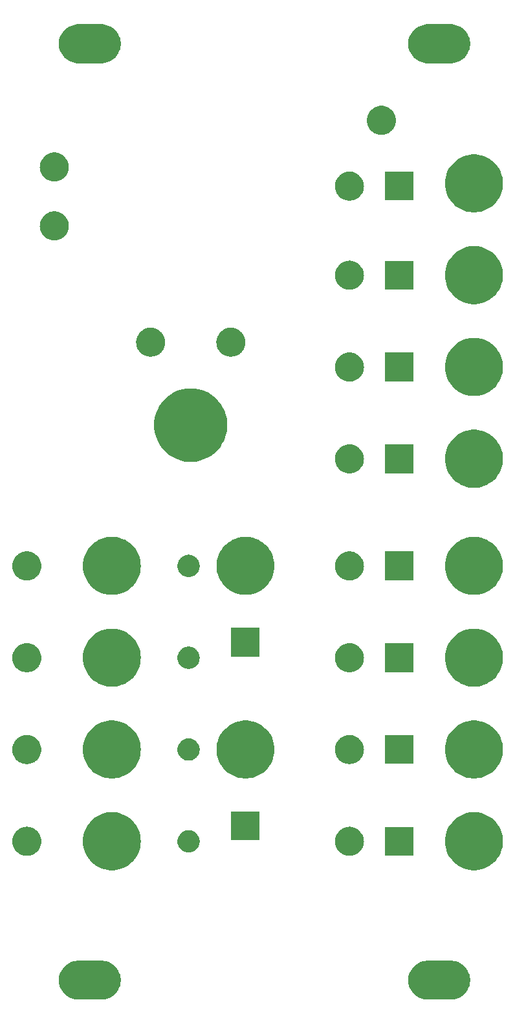
<source format=gbr>
G04 #@! TF.GenerationSoftware,KiCad,Pcbnew,8.0.5*
G04 #@! TF.CreationDate,2024-10-23T08:14:31-07:00*
G04 #@! TF.ProjectId,panel,70616e65-6c2e-46b6-9963-61645f706362,2.1*
G04 #@! TF.SameCoordinates,Original*
G04 #@! TF.FileFunction,Soldermask,Top*
G04 #@! TF.FilePolarity,Negative*
%FSLAX46Y46*%
G04 Gerber Fmt 4.6, Leading zero omitted, Abs format (unit mm)*
G04 Created by KiCad (PCBNEW 8.0.5) date 2024-10-23 08:14:31*
%MOMM*%
%LPD*%
G01*
G04 APERTURE LIST*
G04 APERTURE END LIST*
G36*
X64143036Y-163603013D02*
G01*
X64427308Y-163635043D01*
X64706207Y-163698700D01*
X64976225Y-163793183D01*
X65233967Y-163917305D01*
X65476190Y-164069504D01*
X65699850Y-164247867D01*
X65902133Y-164450150D01*
X66080496Y-164673810D01*
X66232695Y-164916033D01*
X66356817Y-165173775D01*
X66451300Y-165443793D01*
X66514957Y-165722692D01*
X66546987Y-166006964D01*
X66546987Y-166293036D01*
X66514957Y-166577308D01*
X66451300Y-166856207D01*
X66356817Y-167126225D01*
X66232695Y-167383967D01*
X66080496Y-167626190D01*
X65902133Y-167849850D01*
X65699850Y-168052133D01*
X65476190Y-168230496D01*
X65233967Y-168382695D01*
X64976225Y-168506817D01*
X64706207Y-168601300D01*
X64427308Y-168664957D01*
X64143036Y-168696987D01*
X64000000Y-168701000D01*
X63998240Y-168701000D01*
X61001760Y-168701000D01*
X61000000Y-168701000D01*
X60856964Y-168696987D01*
X60572692Y-168664957D01*
X60293793Y-168601300D01*
X60023775Y-168506817D01*
X59766033Y-168382695D01*
X59523810Y-168230496D01*
X59300150Y-168052133D01*
X59097867Y-167849850D01*
X58919504Y-167626190D01*
X58767305Y-167383967D01*
X58643183Y-167126225D01*
X58548700Y-166856207D01*
X58485043Y-166577308D01*
X58453013Y-166293036D01*
X58453013Y-166006964D01*
X58485043Y-165722692D01*
X58548700Y-165443793D01*
X58643183Y-165173775D01*
X58767305Y-164916033D01*
X58919504Y-164673810D01*
X59097867Y-164450150D01*
X59300150Y-164247867D01*
X59523810Y-164069504D01*
X59766033Y-163917305D01*
X60023775Y-163793183D01*
X60293793Y-163698700D01*
X60572692Y-163635043D01*
X60856964Y-163603013D01*
X61000000Y-163599000D01*
X64000000Y-163599000D01*
X64143036Y-163603013D01*
G37*
G36*
X109863036Y-163603013D02*
G01*
X110147308Y-163635043D01*
X110426207Y-163698700D01*
X110696225Y-163793183D01*
X110953967Y-163917305D01*
X111196190Y-164069504D01*
X111419850Y-164247867D01*
X111622133Y-164450150D01*
X111800496Y-164673810D01*
X111952695Y-164916033D01*
X112076817Y-165173775D01*
X112171300Y-165443793D01*
X112234957Y-165722692D01*
X112266987Y-166006964D01*
X112266987Y-166293036D01*
X112234957Y-166577308D01*
X112171300Y-166856207D01*
X112076817Y-167126225D01*
X111952695Y-167383967D01*
X111800496Y-167626190D01*
X111622133Y-167849850D01*
X111419850Y-168052133D01*
X111196190Y-168230496D01*
X110953967Y-168382695D01*
X110696225Y-168506817D01*
X110426207Y-168601300D01*
X110147308Y-168664957D01*
X109863036Y-168696987D01*
X109720000Y-168701000D01*
X109718240Y-168701000D01*
X106721760Y-168701000D01*
X106720000Y-168701000D01*
X106576964Y-168696987D01*
X106292692Y-168664957D01*
X106013793Y-168601300D01*
X105743775Y-168506817D01*
X105486033Y-168382695D01*
X105243810Y-168230496D01*
X105020150Y-168052133D01*
X104817867Y-167849850D01*
X104639504Y-167626190D01*
X104487305Y-167383967D01*
X104363183Y-167126225D01*
X104268700Y-166856207D01*
X104205043Y-166577308D01*
X104173013Y-166293036D01*
X104173013Y-166006964D01*
X104205043Y-165722692D01*
X104268700Y-165443793D01*
X104363183Y-165173775D01*
X104487305Y-164916033D01*
X104639504Y-164673810D01*
X104817867Y-164450150D01*
X105020150Y-164247867D01*
X105243810Y-164069504D01*
X105486033Y-163917305D01*
X105743775Y-163793183D01*
X106013793Y-163698700D01*
X106292692Y-163635043D01*
X106576964Y-163603013D01*
X106720000Y-163599000D01*
X109720000Y-163599000D01*
X109863036Y-163603013D01*
G37*
G36*
X65945577Y-144242832D02*
G01*
X66322730Y-144320339D01*
X66690107Y-144435604D01*
X67043938Y-144587445D01*
X67380592Y-144774303D01*
X67696615Y-144994261D01*
X67988763Y-145245063D01*
X68254040Y-145524133D01*
X68489722Y-145828610D01*
X68693391Y-146155367D01*
X68862959Y-146501053D01*
X68996683Y-146862121D01*
X69093193Y-147234864D01*
X69151498Y-147615459D01*
X69171000Y-148000000D01*
X69151498Y-148384541D01*
X69093193Y-148765136D01*
X68996683Y-149137879D01*
X68862959Y-149498947D01*
X68693391Y-149844633D01*
X68489722Y-150171390D01*
X68254040Y-150475867D01*
X67988763Y-150754937D01*
X67696615Y-151005739D01*
X67380592Y-151225697D01*
X67043938Y-151412555D01*
X66690107Y-151564396D01*
X66322730Y-151679661D01*
X65945577Y-151757168D01*
X65562517Y-151796121D01*
X65177483Y-151796121D01*
X64794423Y-151757168D01*
X64417270Y-151679661D01*
X64049893Y-151564396D01*
X63696062Y-151412555D01*
X63359408Y-151225697D01*
X63043385Y-151005739D01*
X62751237Y-150754937D01*
X62485960Y-150475867D01*
X62250278Y-150171390D01*
X62046609Y-149844633D01*
X61877041Y-149498947D01*
X61743317Y-149137879D01*
X61646807Y-148765136D01*
X61588502Y-148384541D01*
X61569000Y-148000000D01*
X61588502Y-147615459D01*
X61646807Y-147234864D01*
X61743317Y-146862121D01*
X61877041Y-146501053D01*
X62046609Y-146155367D01*
X62250278Y-145828610D01*
X62485960Y-145524133D01*
X62751237Y-145245063D01*
X63043385Y-144994261D01*
X63359408Y-144774303D01*
X63696062Y-144587445D01*
X64049893Y-144435604D01*
X64417270Y-144320339D01*
X64794423Y-144242832D01*
X65177483Y-144203879D01*
X65562517Y-144203879D01*
X65945577Y-144242832D01*
G37*
G36*
X113345577Y-144242832D02*
G01*
X113722730Y-144320339D01*
X114090107Y-144435604D01*
X114443938Y-144587445D01*
X114780592Y-144774303D01*
X115096615Y-144994261D01*
X115388763Y-145245063D01*
X115654040Y-145524133D01*
X115889722Y-145828610D01*
X116093391Y-146155367D01*
X116262959Y-146501053D01*
X116396683Y-146862121D01*
X116493193Y-147234864D01*
X116551498Y-147615459D01*
X116571000Y-148000000D01*
X116551498Y-148384541D01*
X116493193Y-148765136D01*
X116396683Y-149137879D01*
X116262959Y-149498947D01*
X116093391Y-149844633D01*
X115889722Y-150171390D01*
X115654040Y-150475867D01*
X115388763Y-150754937D01*
X115096615Y-151005739D01*
X114780592Y-151225697D01*
X114443938Y-151412555D01*
X114090107Y-151564396D01*
X113722730Y-151679661D01*
X113345577Y-151757168D01*
X112962517Y-151796121D01*
X112577483Y-151796121D01*
X112194423Y-151757168D01*
X111817270Y-151679661D01*
X111449893Y-151564396D01*
X111096062Y-151412555D01*
X110759408Y-151225697D01*
X110443385Y-151005739D01*
X110151237Y-150754937D01*
X109885960Y-150475867D01*
X109650278Y-150171390D01*
X109446609Y-149844633D01*
X109277041Y-149498947D01*
X109143317Y-149137879D01*
X109046807Y-148765136D01*
X108988502Y-148384541D01*
X108969000Y-148000000D01*
X108988502Y-147615459D01*
X109046807Y-147234864D01*
X109143317Y-146862121D01*
X109277041Y-146501053D01*
X109446609Y-146155367D01*
X109650278Y-145828610D01*
X109885960Y-145524133D01*
X110151237Y-145245063D01*
X110443385Y-144994261D01*
X110759408Y-144774303D01*
X111096062Y-144587445D01*
X111449893Y-144435604D01*
X111817270Y-144320339D01*
X112194423Y-144242832D01*
X112577483Y-144203879D01*
X112962517Y-144203879D01*
X113345577Y-144242832D01*
G37*
G36*
X54316038Y-146103723D02*
G01*
X54379707Y-146103723D01*
X54448778Y-146113216D01*
X54520541Y-146118349D01*
X54579609Y-146131198D01*
X54636711Y-146139047D01*
X54709714Y-146159501D01*
X54785574Y-146176004D01*
X54836788Y-146195106D01*
X54886512Y-146209038D01*
X54961688Y-146241691D01*
X55039704Y-146270790D01*
X55082578Y-146294201D01*
X55124442Y-146312385D01*
X55199755Y-146358184D01*
X55277758Y-146400777D01*
X55312229Y-146426582D01*
X55346106Y-146447183D01*
X55419352Y-146506773D01*
X55494890Y-146563320D01*
X55521212Y-146589642D01*
X55547333Y-146610893D01*
X55616174Y-146684604D01*
X55686680Y-146755110D01*
X55705494Y-146780242D01*
X55724399Y-146800485D01*
X55786409Y-146888333D01*
X55849223Y-146972242D01*
X55861464Y-146994660D01*
X55874002Y-147012422D01*
X55926752Y-147114227D01*
X55979210Y-147210296D01*
X55986093Y-147228751D01*
X55993348Y-147242752D01*
X56034429Y-147358345D01*
X56073996Y-147464426D01*
X56076939Y-147477955D01*
X56080225Y-147487201D01*
X56107442Y-147618176D01*
X56131651Y-147729459D01*
X56132219Y-147737404D01*
X56133004Y-147741181D01*
X56144284Y-147906105D01*
X56151000Y-148000000D01*
X56144284Y-148093902D01*
X56133004Y-148258818D01*
X56132219Y-148262593D01*
X56131651Y-148270541D01*
X56107437Y-148381845D01*
X56080225Y-148512798D01*
X56076939Y-148522041D01*
X56073996Y-148535574D01*
X56034422Y-148641674D01*
X55993348Y-148757247D01*
X55986094Y-148771245D01*
X55979210Y-148789704D01*
X55926742Y-148885791D01*
X55874002Y-148987577D01*
X55861466Y-149005335D01*
X55849223Y-149027758D01*
X55786397Y-149111683D01*
X55724399Y-149199514D01*
X55705498Y-149219752D01*
X55686680Y-149244890D01*
X55616160Y-149315409D01*
X55547333Y-149389106D01*
X55521217Y-149410352D01*
X55494890Y-149436680D01*
X55419336Y-149493238D01*
X55346106Y-149552816D01*
X55312236Y-149573412D01*
X55277758Y-149599223D01*
X55199739Y-149641824D01*
X55124442Y-149687614D01*
X55082587Y-149705793D01*
X55039704Y-149729210D01*
X54961672Y-149758314D01*
X54886512Y-149790961D01*
X54836799Y-149804889D01*
X54785574Y-149823996D01*
X54709698Y-149840501D01*
X54636711Y-149860952D01*
X54579618Y-149868799D01*
X54520541Y-149881651D01*
X54448774Y-149886783D01*
X54379707Y-149896277D01*
X54316038Y-149896277D01*
X54250000Y-149901000D01*
X54183962Y-149896277D01*
X54120293Y-149896277D01*
X54051224Y-149886783D01*
X53979459Y-149881651D01*
X53920382Y-149868799D01*
X53863288Y-149860952D01*
X53790297Y-149840500D01*
X53714426Y-149823996D01*
X53663203Y-149804890D01*
X53613487Y-149790961D01*
X53538320Y-149758311D01*
X53460296Y-149729210D01*
X53417416Y-149705795D01*
X53375557Y-149687614D01*
X53300251Y-149641819D01*
X53222242Y-149599223D01*
X53187767Y-149573415D01*
X53153893Y-149552816D01*
X53080650Y-149493228D01*
X53005110Y-149436680D01*
X52978786Y-149410356D01*
X52952666Y-149389106D01*
X52883824Y-149315394D01*
X52813320Y-149244890D01*
X52794506Y-149219757D01*
X52775600Y-149199514D01*
X52713584Y-149111659D01*
X52650777Y-149027758D01*
X52638536Y-149005341D01*
X52625997Y-148987577D01*
X52573238Y-148885755D01*
X52520790Y-148789704D01*
X52513907Y-148771252D01*
X52506651Y-148757247D01*
X52465556Y-148641617D01*
X52426004Y-148535574D01*
X52423061Y-148522048D01*
X52419774Y-148512798D01*
X52392539Y-148381742D01*
X52368349Y-148270541D01*
X52367781Y-148262600D01*
X52366995Y-148258818D01*
X52355692Y-148093582D01*
X52349000Y-148000000D01*
X52355692Y-147906425D01*
X52366995Y-147741181D01*
X52367781Y-147737397D01*
X52368349Y-147729459D01*
X52392535Y-147618278D01*
X52419774Y-147487201D01*
X52423062Y-147477948D01*
X52426004Y-147464426D01*
X52465548Y-147358402D01*
X52506651Y-147242752D01*
X52513909Y-147228744D01*
X52520790Y-147210296D01*
X52573227Y-147114262D01*
X52625997Y-147012422D01*
X52638539Y-146994654D01*
X52650777Y-146972242D01*
X52713572Y-146888356D01*
X52775600Y-146800485D01*
X52794509Y-146780237D01*
X52813320Y-146755110D01*
X52883810Y-146684619D01*
X52952666Y-146610893D01*
X52978792Y-146589637D01*
X53005110Y-146563320D01*
X53080635Y-146506782D01*
X53153893Y-146447183D01*
X53187774Y-146426578D01*
X53222242Y-146400777D01*
X53300235Y-146358189D01*
X53375557Y-146312385D01*
X53417425Y-146294199D01*
X53460296Y-146270790D01*
X53538304Y-146241694D01*
X53613487Y-146209038D01*
X53663214Y-146195105D01*
X53714426Y-146176004D01*
X53790281Y-146159502D01*
X53863288Y-146139047D01*
X53920392Y-146131198D01*
X53979459Y-146118349D01*
X54051220Y-146113216D01*
X54120293Y-146103723D01*
X54183962Y-146103723D01*
X54250000Y-146099000D01*
X54316038Y-146103723D01*
G37*
G36*
X96536038Y-146103723D02*
G01*
X96599707Y-146103723D01*
X96668778Y-146113216D01*
X96740541Y-146118349D01*
X96799609Y-146131198D01*
X96856711Y-146139047D01*
X96929714Y-146159501D01*
X97005574Y-146176004D01*
X97056788Y-146195106D01*
X97106512Y-146209038D01*
X97181688Y-146241691D01*
X97259704Y-146270790D01*
X97302578Y-146294201D01*
X97344442Y-146312385D01*
X97419755Y-146358184D01*
X97497758Y-146400777D01*
X97532229Y-146426582D01*
X97566106Y-146447183D01*
X97639352Y-146506773D01*
X97714890Y-146563320D01*
X97741212Y-146589642D01*
X97767333Y-146610893D01*
X97836174Y-146684604D01*
X97906680Y-146755110D01*
X97925494Y-146780242D01*
X97944399Y-146800485D01*
X98006409Y-146888333D01*
X98069223Y-146972242D01*
X98081464Y-146994660D01*
X98094002Y-147012422D01*
X98146752Y-147114227D01*
X98199210Y-147210296D01*
X98206093Y-147228751D01*
X98213348Y-147242752D01*
X98254429Y-147358345D01*
X98293996Y-147464426D01*
X98296939Y-147477955D01*
X98300225Y-147487201D01*
X98327442Y-147618176D01*
X98351651Y-147729459D01*
X98352219Y-147737404D01*
X98353004Y-147741181D01*
X98364284Y-147906105D01*
X98371000Y-148000000D01*
X98364284Y-148093902D01*
X98353004Y-148258818D01*
X98352219Y-148262593D01*
X98351651Y-148270541D01*
X98327437Y-148381845D01*
X98300225Y-148512798D01*
X98296939Y-148522041D01*
X98293996Y-148535574D01*
X98254422Y-148641674D01*
X98213348Y-148757247D01*
X98206094Y-148771245D01*
X98199210Y-148789704D01*
X98146742Y-148885791D01*
X98094002Y-148987577D01*
X98081466Y-149005335D01*
X98069223Y-149027758D01*
X98006397Y-149111683D01*
X97944399Y-149199514D01*
X97925498Y-149219752D01*
X97906680Y-149244890D01*
X97836160Y-149315409D01*
X97767333Y-149389106D01*
X97741217Y-149410352D01*
X97714890Y-149436680D01*
X97639336Y-149493238D01*
X97566106Y-149552816D01*
X97532236Y-149573412D01*
X97497758Y-149599223D01*
X97419739Y-149641824D01*
X97344442Y-149687614D01*
X97302587Y-149705793D01*
X97259704Y-149729210D01*
X97181672Y-149758314D01*
X97106512Y-149790961D01*
X97056799Y-149804889D01*
X97005574Y-149823996D01*
X96929698Y-149840501D01*
X96856711Y-149860952D01*
X96799618Y-149868799D01*
X96740541Y-149881651D01*
X96668774Y-149886783D01*
X96599707Y-149896277D01*
X96536038Y-149896277D01*
X96470000Y-149901000D01*
X96403962Y-149896277D01*
X96340293Y-149896277D01*
X96271224Y-149886783D01*
X96199459Y-149881651D01*
X96140382Y-149868799D01*
X96083288Y-149860952D01*
X96010297Y-149840500D01*
X95934426Y-149823996D01*
X95883203Y-149804890D01*
X95833487Y-149790961D01*
X95758320Y-149758311D01*
X95680296Y-149729210D01*
X95637416Y-149705795D01*
X95595557Y-149687614D01*
X95520251Y-149641819D01*
X95442242Y-149599223D01*
X95407767Y-149573415D01*
X95373893Y-149552816D01*
X95300650Y-149493228D01*
X95225110Y-149436680D01*
X95198786Y-149410356D01*
X95172666Y-149389106D01*
X95103824Y-149315394D01*
X95033320Y-149244890D01*
X95014506Y-149219757D01*
X94995600Y-149199514D01*
X94933584Y-149111659D01*
X94870777Y-149027758D01*
X94858536Y-149005341D01*
X94845997Y-148987577D01*
X94793238Y-148885755D01*
X94740790Y-148789704D01*
X94733907Y-148771252D01*
X94726651Y-148757247D01*
X94685556Y-148641617D01*
X94646004Y-148535574D01*
X94643061Y-148522048D01*
X94639774Y-148512798D01*
X94612539Y-148381742D01*
X94588349Y-148270541D01*
X94587781Y-148262600D01*
X94586995Y-148258818D01*
X94575692Y-148093582D01*
X94569000Y-148000000D01*
X94575692Y-147906425D01*
X94586995Y-147741181D01*
X94587781Y-147737397D01*
X94588349Y-147729459D01*
X94612535Y-147618278D01*
X94639774Y-147487201D01*
X94643062Y-147477948D01*
X94646004Y-147464426D01*
X94685548Y-147358402D01*
X94726651Y-147242752D01*
X94733909Y-147228744D01*
X94740790Y-147210296D01*
X94793227Y-147114262D01*
X94845997Y-147012422D01*
X94858539Y-146994654D01*
X94870777Y-146972242D01*
X94933572Y-146888356D01*
X94995600Y-146800485D01*
X95014509Y-146780237D01*
X95033320Y-146755110D01*
X95103810Y-146684619D01*
X95172666Y-146610893D01*
X95198792Y-146589637D01*
X95225110Y-146563320D01*
X95300635Y-146506782D01*
X95373893Y-146447183D01*
X95407774Y-146426578D01*
X95442242Y-146400777D01*
X95520235Y-146358189D01*
X95595557Y-146312385D01*
X95637425Y-146294199D01*
X95680296Y-146270790D01*
X95758304Y-146241694D01*
X95833487Y-146209038D01*
X95883214Y-146195105D01*
X95934426Y-146176004D01*
X96010281Y-146159502D01*
X96083288Y-146139047D01*
X96140392Y-146131198D01*
X96199459Y-146118349D01*
X96271220Y-146113216D01*
X96340293Y-146103723D01*
X96403962Y-146103723D01*
X96470000Y-146099000D01*
X96536038Y-146103723D01*
G37*
G36*
X104851913Y-146115381D02*
G01*
X104854619Y-146118087D01*
X104855000Y-146120000D01*
X104855000Y-149880000D01*
X104854619Y-149881913D01*
X104851913Y-149884619D01*
X104850000Y-149885000D01*
X104843860Y-149885000D01*
X101096140Y-149885000D01*
X101090000Y-149885000D01*
X101088087Y-149884619D01*
X101085381Y-149881913D01*
X101085000Y-149880000D01*
X101085000Y-146120000D01*
X101085381Y-146118087D01*
X101088087Y-146115381D01*
X101090000Y-146115000D01*
X104850000Y-146115000D01*
X104851913Y-146115381D01*
G37*
G36*
X75478460Y-146544987D02*
G01*
X75540566Y-146544987D01*
X75596006Y-146554238D01*
X75648337Y-146558357D01*
X75711362Y-146573487D01*
X75778409Y-146584676D01*
X75825958Y-146600999D01*
X75871041Y-146611823D01*
X75936659Y-146639003D01*
X76006475Y-146662971D01*
X76045474Y-146684076D01*
X76082652Y-146699476D01*
X76148550Y-146739858D01*
X76218544Y-146777737D01*
X76248829Y-146801309D01*
X76277940Y-146819148D01*
X76341557Y-146873482D01*
X76408831Y-146925843D01*
X76430774Y-146949679D01*
X76452103Y-146967896D01*
X76510666Y-147036466D01*
X76572145Y-147103249D01*
X76586597Y-147125370D01*
X76600851Y-147142059D01*
X76651497Y-147224706D01*
X76704032Y-147305117D01*
X76712241Y-147323832D01*
X76720523Y-147337347D01*
X76760445Y-147433727D01*
X76800893Y-147525939D01*
X76804435Y-147539927D01*
X76808176Y-147548958D01*
X76834694Y-147659416D01*
X76860088Y-147759692D01*
X76860783Y-147768086D01*
X76861642Y-147771662D01*
X76872285Y-147906900D01*
X76880000Y-148000000D01*
X76872285Y-148093107D01*
X76861642Y-148228337D01*
X76860783Y-148231912D01*
X76860088Y-148240308D01*
X76834689Y-148340601D01*
X76808176Y-148451041D01*
X76804436Y-148460069D01*
X76800893Y-148474061D01*
X76760438Y-148566289D01*
X76720523Y-148662652D01*
X76712242Y-148676164D01*
X76704032Y-148694883D01*
X76651487Y-148775308D01*
X76600851Y-148857940D01*
X76586600Y-148874625D01*
X76572145Y-148896751D01*
X76510655Y-148963546D01*
X76452103Y-149032103D01*
X76430778Y-149050315D01*
X76408831Y-149074157D01*
X76341544Y-149126527D01*
X76277940Y-149180851D01*
X76248835Y-149198685D01*
X76218544Y-149222263D01*
X76148536Y-149260149D01*
X76082652Y-149300523D01*
X76045481Y-149315919D01*
X76006475Y-149337029D01*
X75936645Y-149361001D01*
X75871041Y-149388176D01*
X75825968Y-149398996D01*
X75778409Y-149415324D01*
X75711348Y-149426514D01*
X75648337Y-149441642D01*
X75596017Y-149445759D01*
X75540566Y-149455013D01*
X75478447Y-149455013D01*
X75420000Y-149459613D01*
X75361553Y-149455013D01*
X75299434Y-149455013D01*
X75243982Y-149445759D01*
X75191662Y-149441642D01*
X75128648Y-149426513D01*
X75061591Y-149415324D01*
X75014033Y-149398997D01*
X74968958Y-149388176D01*
X74903348Y-149360999D01*
X74833525Y-149337029D01*
X74794521Y-149315921D01*
X74757347Y-149300523D01*
X74691455Y-149260144D01*
X74621456Y-149222263D01*
X74591167Y-149198688D01*
X74562059Y-149180851D01*
X74498444Y-149126519D01*
X74431169Y-149074157D01*
X74409225Y-149050319D01*
X74387896Y-149032103D01*
X74329331Y-148963531D01*
X74267855Y-148896751D01*
X74253403Y-148874630D01*
X74239148Y-148857940D01*
X74188496Y-148775283D01*
X74135968Y-148694883D01*
X74127759Y-148676169D01*
X74119476Y-148662652D01*
X74079543Y-148566248D01*
X74039107Y-148474061D01*
X74035565Y-148460076D01*
X74031823Y-148451041D01*
X74005290Y-148340525D01*
X73979912Y-148240308D01*
X73979216Y-148231918D01*
X73978357Y-148228337D01*
X73967694Y-148092866D01*
X73960000Y-148000000D01*
X73967694Y-147907140D01*
X73978357Y-147771662D01*
X73979216Y-147768079D01*
X73979912Y-147759692D01*
X74005286Y-147659492D01*
X74031823Y-147548958D01*
X74035566Y-147539921D01*
X74039107Y-147525939D01*
X74079536Y-147433768D01*
X74119476Y-147337347D01*
X74127761Y-147323826D01*
X74135968Y-147305117D01*
X74188486Y-147224731D01*
X74239148Y-147142059D01*
X74253405Y-147125365D01*
X74267855Y-147103249D01*
X74329319Y-147036481D01*
X74387896Y-146967896D01*
X74409229Y-146949675D01*
X74431169Y-146925843D01*
X74498430Y-146873491D01*
X74562059Y-146819148D01*
X74591173Y-146801306D01*
X74621456Y-146777737D01*
X74691441Y-146739862D01*
X74757347Y-146699476D01*
X74794529Y-146684074D01*
X74833525Y-146662971D01*
X74903334Y-146639005D01*
X74968958Y-146611823D01*
X75014043Y-146600998D01*
X75061591Y-146584676D01*
X75128634Y-146573488D01*
X75191662Y-146558357D01*
X75243994Y-146554238D01*
X75299434Y-146544987D01*
X75361540Y-146544987D01*
X75420000Y-146540386D01*
X75478460Y-146544987D01*
G37*
G36*
X84731913Y-144115381D02*
G01*
X84734619Y-144118087D01*
X84735000Y-144120000D01*
X84735000Y-147880000D01*
X84734619Y-147881913D01*
X84731913Y-147884619D01*
X84730000Y-147885000D01*
X84723860Y-147885000D01*
X80976140Y-147885000D01*
X80970000Y-147885000D01*
X80968087Y-147884619D01*
X80965381Y-147881913D01*
X80965000Y-147880000D01*
X80965000Y-144120000D01*
X80965381Y-144118087D01*
X80968087Y-144115381D01*
X80970000Y-144115000D01*
X84730000Y-144115000D01*
X84731913Y-144115381D01*
G37*
G36*
X65945577Y-132242832D02*
G01*
X66322730Y-132320339D01*
X66690107Y-132435604D01*
X67043938Y-132587445D01*
X67380592Y-132774303D01*
X67696615Y-132994261D01*
X67988763Y-133245063D01*
X68254040Y-133524133D01*
X68489722Y-133828610D01*
X68693391Y-134155367D01*
X68862959Y-134501053D01*
X68996683Y-134862121D01*
X69093193Y-135234864D01*
X69151498Y-135615459D01*
X69171000Y-136000000D01*
X69151498Y-136384541D01*
X69093193Y-136765136D01*
X68996683Y-137137879D01*
X68862959Y-137498947D01*
X68693391Y-137844633D01*
X68489722Y-138171390D01*
X68254040Y-138475867D01*
X67988763Y-138754937D01*
X67696615Y-139005739D01*
X67380592Y-139225697D01*
X67043938Y-139412555D01*
X66690107Y-139564396D01*
X66322730Y-139679661D01*
X65945577Y-139757168D01*
X65562517Y-139796121D01*
X65177483Y-139796121D01*
X64794423Y-139757168D01*
X64417270Y-139679661D01*
X64049893Y-139564396D01*
X63696062Y-139412555D01*
X63359408Y-139225697D01*
X63043385Y-139005739D01*
X62751237Y-138754937D01*
X62485960Y-138475867D01*
X62250278Y-138171390D01*
X62046609Y-137844633D01*
X61877041Y-137498947D01*
X61743317Y-137137879D01*
X61646807Y-136765136D01*
X61588502Y-136384541D01*
X61569000Y-136000000D01*
X61588502Y-135615459D01*
X61646807Y-135234864D01*
X61743317Y-134862121D01*
X61877041Y-134501053D01*
X62046609Y-134155367D01*
X62250278Y-133828610D01*
X62485960Y-133524133D01*
X62751237Y-133245063D01*
X63043385Y-132994261D01*
X63359408Y-132774303D01*
X63696062Y-132587445D01*
X64049893Y-132435604D01*
X64417270Y-132320339D01*
X64794423Y-132242832D01*
X65177483Y-132203879D01*
X65562517Y-132203879D01*
X65945577Y-132242832D01*
G37*
G36*
X83445577Y-132242832D02*
G01*
X83822730Y-132320339D01*
X84190107Y-132435604D01*
X84543938Y-132587445D01*
X84880592Y-132774303D01*
X85196615Y-132994261D01*
X85488763Y-133245063D01*
X85754040Y-133524133D01*
X85989722Y-133828610D01*
X86193391Y-134155367D01*
X86362959Y-134501053D01*
X86496683Y-134862121D01*
X86593193Y-135234864D01*
X86651498Y-135615459D01*
X86671000Y-136000000D01*
X86651498Y-136384541D01*
X86593193Y-136765136D01*
X86496683Y-137137879D01*
X86362959Y-137498947D01*
X86193391Y-137844633D01*
X85989722Y-138171390D01*
X85754040Y-138475867D01*
X85488763Y-138754937D01*
X85196615Y-139005739D01*
X84880592Y-139225697D01*
X84543938Y-139412555D01*
X84190107Y-139564396D01*
X83822730Y-139679661D01*
X83445577Y-139757168D01*
X83062517Y-139796121D01*
X82677483Y-139796121D01*
X82294423Y-139757168D01*
X81917270Y-139679661D01*
X81549893Y-139564396D01*
X81196062Y-139412555D01*
X80859408Y-139225697D01*
X80543385Y-139005739D01*
X80251237Y-138754937D01*
X79985960Y-138475867D01*
X79750278Y-138171390D01*
X79546609Y-137844633D01*
X79377041Y-137498947D01*
X79243317Y-137137879D01*
X79146807Y-136765136D01*
X79088502Y-136384541D01*
X79069000Y-136000000D01*
X79088502Y-135615459D01*
X79146807Y-135234864D01*
X79243317Y-134862121D01*
X79377041Y-134501053D01*
X79546609Y-134155367D01*
X79750278Y-133828610D01*
X79985960Y-133524133D01*
X80251237Y-133245063D01*
X80543385Y-132994261D01*
X80859408Y-132774303D01*
X81196062Y-132587445D01*
X81549893Y-132435604D01*
X81917270Y-132320339D01*
X82294423Y-132242832D01*
X82677483Y-132203879D01*
X83062517Y-132203879D01*
X83445577Y-132242832D01*
G37*
G36*
X113345577Y-132242832D02*
G01*
X113722730Y-132320339D01*
X114090107Y-132435604D01*
X114443938Y-132587445D01*
X114780592Y-132774303D01*
X115096615Y-132994261D01*
X115388763Y-133245063D01*
X115654040Y-133524133D01*
X115889722Y-133828610D01*
X116093391Y-134155367D01*
X116262959Y-134501053D01*
X116396683Y-134862121D01*
X116493193Y-135234864D01*
X116551498Y-135615459D01*
X116571000Y-136000000D01*
X116551498Y-136384541D01*
X116493193Y-136765136D01*
X116396683Y-137137879D01*
X116262959Y-137498947D01*
X116093391Y-137844633D01*
X115889722Y-138171390D01*
X115654040Y-138475867D01*
X115388763Y-138754937D01*
X115096615Y-139005739D01*
X114780592Y-139225697D01*
X114443938Y-139412555D01*
X114090107Y-139564396D01*
X113722730Y-139679661D01*
X113345577Y-139757168D01*
X112962517Y-139796121D01*
X112577483Y-139796121D01*
X112194423Y-139757168D01*
X111817270Y-139679661D01*
X111449893Y-139564396D01*
X111096062Y-139412555D01*
X110759408Y-139225697D01*
X110443385Y-139005739D01*
X110151237Y-138754937D01*
X109885960Y-138475867D01*
X109650278Y-138171390D01*
X109446609Y-137844633D01*
X109277041Y-137498947D01*
X109143317Y-137137879D01*
X109046807Y-136765136D01*
X108988502Y-136384541D01*
X108969000Y-136000000D01*
X108988502Y-135615459D01*
X109046807Y-135234864D01*
X109143317Y-134862121D01*
X109277041Y-134501053D01*
X109446609Y-134155367D01*
X109650278Y-133828610D01*
X109885960Y-133524133D01*
X110151237Y-133245063D01*
X110443385Y-132994261D01*
X110759408Y-132774303D01*
X111096062Y-132587445D01*
X111449893Y-132435604D01*
X111817270Y-132320339D01*
X112194423Y-132242832D01*
X112577483Y-132203879D01*
X112962517Y-132203879D01*
X113345577Y-132242832D01*
G37*
G36*
X54316038Y-134103723D02*
G01*
X54379707Y-134103723D01*
X54448778Y-134113216D01*
X54520541Y-134118349D01*
X54579609Y-134131198D01*
X54636711Y-134139047D01*
X54709714Y-134159501D01*
X54785574Y-134176004D01*
X54836788Y-134195106D01*
X54886512Y-134209038D01*
X54961688Y-134241691D01*
X55039704Y-134270790D01*
X55082578Y-134294201D01*
X55124442Y-134312385D01*
X55199755Y-134358184D01*
X55277758Y-134400777D01*
X55312229Y-134426582D01*
X55346106Y-134447183D01*
X55419352Y-134506773D01*
X55494890Y-134563320D01*
X55521212Y-134589642D01*
X55547333Y-134610893D01*
X55616174Y-134684604D01*
X55686680Y-134755110D01*
X55705494Y-134780242D01*
X55724399Y-134800485D01*
X55786409Y-134888333D01*
X55849223Y-134972242D01*
X55861464Y-134994660D01*
X55874002Y-135012422D01*
X55926752Y-135114227D01*
X55979210Y-135210296D01*
X55986093Y-135228751D01*
X55993348Y-135242752D01*
X56034429Y-135358345D01*
X56073996Y-135464426D01*
X56076939Y-135477955D01*
X56080225Y-135487201D01*
X56107442Y-135618176D01*
X56131651Y-135729459D01*
X56132219Y-135737404D01*
X56133004Y-135741181D01*
X56144284Y-135906105D01*
X56151000Y-136000000D01*
X56144284Y-136093902D01*
X56133004Y-136258818D01*
X56132219Y-136262593D01*
X56131651Y-136270541D01*
X56107437Y-136381845D01*
X56080225Y-136512798D01*
X56076939Y-136522041D01*
X56073996Y-136535574D01*
X56034422Y-136641674D01*
X55993348Y-136757247D01*
X55986094Y-136771245D01*
X55979210Y-136789704D01*
X55926742Y-136885791D01*
X55874002Y-136987577D01*
X55861466Y-137005335D01*
X55849223Y-137027758D01*
X55786397Y-137111683D01*
X55724399Y-137199514D01*
X55705498Y-137219752D01*
X55686680Y-137244890D01*
X55616160Y-137315409D01*
X55547333Y-137389106D01*
X55521217Y-137410352D01*
X55494890Y-137436680D01*
X55419336Y-137493238D01*
X55346106Y-137552816D01*
X55312236Y-137573412D01*
X55277758Y-137599223D01*
X55199739Y-137641824D01*
X55124442Y-137687614D01*
X55082587Y-137705793D01*
X55039704Y-137729210D01*
X54961672Y-137758314D01*
X54886512Y-137790961D01*
X54836799Y-137804889D01*
X54785574Y-137823996D01*
X54709698Y-137840501D01*
X54636711Y-137860952D01*
X54579618Y-137868799D01*
X54520541Y-137881651D01*
X54448774Y-137886783D01*
X54379707Y-137896277D01*
X54316038Y-137896277D01*
X54250000Y-137901000D01*
X54183962Y-137896277D01*
X54120293Y-137896277D01*
X54051224Y-137886783D01*
X53979459Y-137881651D01*
X53920382Y-137868799D01*
X53863288Y-137860952D01*
X53790297Y-137840500D01*
X53714426Y-137823996D01*
X53663203Y-137804890D01*
X53613487Y-137790961D01*
X53538320Y-137758311D01*
X53460296Y-137729210D01*
X53417416Y-137705795D01*
X53375557Y-137687614D01*
X53300251Y-137641819D01*
X53222242Y-137599223D01*
X53187767Y-137573415D01*
X53153893Y-137552816D01*
X53080650Y-137493228D01*
X53005110Y-137436680D01*
X52978786Y-137410356D01*
X52952666Y-137389106D01*
X52883824Y-137315394D01*
X52813320Y-137244890D01*
X52794506Y-137219757D01*
X52775600Y-137199514D01*
X52713584Y-137111659D01*
X52650777Y-137027758D01*
X52638536Y-137005341D01*
X52625997Y-136987577D01*
X52573238Y-136885755D01*
X52520790Y-136789704D01*
X52513907Y-136771252D01*
X52506651Y-136757247D01*
X52465556Y-136641617D01*
X52426004Y-136535574D01*
X52423061Y-136522048D01*
X52419774Y-136512798D01*
X52392539Y-136381742D01*
X52368349Y-136270541D01*
X52367781Y-136262600D01*
X52366995Y-136258818D01*
X52355692Y-136093582D01*
X52349000Y-136000000D01*
X52355692Y-135906425D01*
X52366995Y-135741181D01*
X52367781Y-135737397D01*
X52368349Y-135729459D01*
X52392535Y-135618278D01*
X52419774Y-135487201D01*
X52423062Y-135477948D01*
X52426004Y-135464426D01*
X52465548Y-135358402D01*
X52506651Y-135242752D01*
X52513909Y-135228744D01*
X52520790Y-135210296D01*
X52573227Y-135114262D01*
X52625997Y-135012422D01*
X52638539Y-134994654D01*
X52650777Y-134972242D01*
X52713572Y-134888356D01*
X52775600Y-134800485D01*
X52794509Y-134780237D01*
X52813320Y-134755110D01*
X52883810Y-134684619D01*
X52952666Y-134610893D01*
X52978792Y-134589637D01*
X53005110Y-134563320D01*
X53080635Y-134506782D01*
X53153893Y-134447183D01*
X53187774Y-134426578D01*
X53222242Y-134400777D01*
X53300235Y-134358189D01*
X53375557Y-134312385D01*
X53417425Y-134294199D01*
X53460296Y-134270790D01*
X53538304Y-134241694D01*
X53613487Y-134209038D01*
X53663214Y-134195105D01*
X53714426Y-134176004D01*
X53790281Y-134159502D01*
X53863288Y-134139047D01*
X53920392Y-134131198D01*
X53979459Y-134118349D01*
X54051220Y-134113216D01*
X54120293Y-134103723D01*
X54183962Y-134103723D01*
X54250000Y-134099000D01*
X54316038Y-134103723D01*
G37*
G36*
X96536038Y-134103723D02*
G01*
X96599707Y-134103723D01*
X96668778Y-134113216D01*
X96740541Y-134118349D01*
X96799609Y-134131198D01*
X96856711Y-134139047D01*
X96929714Y-134159501D01*
X97005574Y-134176004D01*
X97056788Y-134195106D01*
X97106512Y-134209038D01*
X97181688Y-134241691D01*
X97259704Y-134270790D01*
X97302578Y-134294201D01*
X97344442Y-134312385D01*
X97419755Y-134358184D01*
X97497758Y-134400777D01*
X97532229Y-134426582D01*
X97566106Y-134447183D01*
X97639352Y-134506773D01*
X97714890Y-134563320D01*
X97741212Y-134589642D01*
X97767333Y-134610893D01*
X97836174Y-134684604D01*
X97906680Y-134755110D01*
X97925494Y-134780242D01*
X97944399Y-134800485D01*
X98006409Y-134888333D01*
X98069223Y-134972242D01*
X98081464Y-134994660D01*
X98094002Y-135012422D01*
X98146752Y-135114227D01*
X98199210Y-135210296D01*
X98206093Y-135228751D01*
X98213348Y-135242752D01*
X98254429Y-135358345D01*
X98293996Y-135464426D01*
X98296939Y-135477955D01*
X98300225Y-135487201D01*
X98327442Y-135618176D01*
X98351651Y-135729459D01*
X98352219Y-135737404D01*
X98353004Y-135741181D01*
X98364284Y-135906105D01*
X98371000Y-136000000D01*
X98364284Y-136093902D01*
X98353004Y-136258818D01*
X98352219Y-136262593D01*
X98351651Y-136270541D01*
X98327437Y-136381845D01*
X98300225Y-136512798D01*
X98296939Y-136522041D01*
X98293996Y-136535574D01*
X98254422Y-136641674D01*
X98213348Y-136757247D01*
X98206094Y-136771245D01*
X98199210Y-136789704D01*
X98146742Y-136885791D01*
X98094002Y-136987577D01*
X98081466Y-137005335D01*
X98069223Y-137027758D01*
X98006397Y-137111683D01*
X97944399Y-137199514D01*
X97925498Y-137219752D01*
X97906680Y-137244890D01*
X97836160Y-137315409D01*
X97767333Y-137389106D01*
X97741217Y-137410352D01*
X97714890Y-137436680D01*
X97639336Y-137493238D01*
X97566106Y-137552816D01*
X97532236Y-137573412D01*
X97497758Y-137599223D01*
X97419739Y-137641824D01*
X97344442Y-137687614D01*
X97302587Y-137705793D01*
X97259704Y-137729210D01*
X97181672Y-137758314D01*
X97106512Y-137790961D01*
X97056799Y-137804889D01*
X97005574Y-137823996D01*
X96929698Y-137840501D01*
X96856711Y-137860952D01*
X96799618Y-137868799D01*
X96740541Y-137881651D01*
X96668774Y-137886783D01*
X96599707Y-137896277D01*
X96536038Y-137896277D01*
X96470000Y-137901000D01*
X96403962Y-137896277D01*
X96340293Y-137896277D01*
X96271224Y-137886783D01*
X96199459Y-137881651D01*
X96140382Y-137868799D01*
X96083288Y-137860952D01*
X96010297Y-137840500D01*
X95934426Y-137823996D01*
X95883203Y-137804890D01*
X95833487Y-137790961D01*
X95758320Y-137758311D01*
X95680296Y-137729210D01*
X95637416Y-137705795D01*
X95595557Y-137687614D01*
X95520251Y-137641819D01*
X95442242Y-137599223D01*
X95407767Y-137573415D01*
X95373893Y-137552816D01*
X95300650Y-137493228D01*
X95225110Y-137436680D01*
X95198786Y-137410356D01*
X95172666Y-137389106D01*
X95103824Y-137315394D01*
X95033320Y-137244890D01*
X95014506Y-137219757D01*
X94995600Y-137199514D01*
X94933584Y-137111659D01*
X94870777Y-137027758D01*
X94858536Y-137005341D01*
X94845997Y-136987577D01*
X94793238Y-136885755D01*
X94740790Y-136789704D01*
X94733907Y-136771252D01*
X94726651Y-136757247D01*
X94685556Y-136641617D01*
X94646004Y-136535574D01*
X94643061Y-136522048D01*
X94639774Y-136512798D01*
X94612539Y-136381742D01*
X94588349Y-136270541D01*
X94587781Y-136262600D01*
X94586995Y-136258818D01*
X94575692Y-136093582D01*
X94569000Y-136000000D01*
X94575692Y-135906425D01*
X94586995Y-135741181D01*
X94587781Y-135737397D01*
X94588349Y-135729459D01*
X94612535Y-135618278D01*
X94639774Y-135487201D01*
X94643062Y-135477948D01*
X94646004Y-135464426D01*
X94685548Y-135358402D01*
X94726651Y-135242752D01*
X94733909Y-135228744D01*
X94740790Y-135210296D01*
X94793227Y-135114262D01*
X94845997Y-135012422D01*
X94858539Y-134994654D01*
X94870777Y-134972242D01*
X94933572Y-134888356D01*
X94995600Y-134800485D01*
X95014509Y-134780237D01*
X95033320Y-134755110D01*
X95103810Y-134684619D01*
X95172666Y-134610893D01*
X95198792Y-134589637D01*
X95225110Y-134563320D01*
X95300635Y-134506782D01*
X95373893Y-134447183D01*
X95407774Y-134426578D01*
X95442242Y-134400777D01*
X95520235Y-134358189D01*
X95595557Y-134312385D01*
X95637425Y-134294199D01*
X95680296Y-134270790D01*
X95758304Y-134241694D01*
X95833487Y-134209038D01*
X95883214Y-134195105D01*
X95934426Y-134176004D01*
X96010281Y-134159502D01*
X96083288Y-134139047D01*
X96140392Y-134131198D01*
X96199459Y-134118349D01*
X96271220Y-134113216D01*
X96340293Y-134103723D01*
X96403962Y-134103723D01*
X96470000Y-134099000D01*
X96536038Y-134103723D01*
G37*
G36*
X104851913Y-134115381D02*
G01*
X104854619Y-134118087D01*
X104855000Y-134120000D01*
X104855000Y-137880000D01*
X104854619Y-137881913D01*
X104851913Y-137884619D01*
X104850000Y-137885000D01*
X104843860Y-137885000D01*
X101096140Y-137885000D01*
X101090000Y-137885000D01*
X101088087Y-137884619D01*
X101085381Y-137881913D01*
X101085000Y-137880000D01*
X101085000Y-134120000D01*
X101085381Y-134118087D01*
X101088087Y-134115381D01*
X101090000Y-134115000D01*
X104850000Y-134115000D01*
X104851913Y-134115381D01*
G37*
G36*
X75478460Y-134544987D02*
G01*
X75540566Y-134544987D01*
X75596006Y-134554238D01*
X75648337Y-134558357D01*
X75711362Y-134573487D01*
X75778409Y-134584676D01*
X75825958Y-134600999D01*
X75871041Y-134611823D01*
X75936659Y-134639003D01*
X76006475Y-134662971D01*
X76045474Y-134684076D01*
X76082652Y-134699476D01*
X76148550Y-134739858D01*
X76218544Y-134777737D01*
X76248829Y-134801309D01*
X76277940Y-134819148D01*
X76341557Y-134873482D01*
X76408831Y-134925843D01*
X76430774Y-134949679D01*
X76452103Y-134967896D01*
X76510666Y-135036466D01*
X76572145Y-135103249D01*
X76586597Y-135125370D01*
X76600851Y-135142059D01*
X76651497Y-135224706D01*
X76704032Y-135305117D01*
X76712241Y-135323832D01*
X76720523Y-135337347D01*
X76760445Y-135433727D01*
X76800893Y-135525939D01*
X76804435Y-135539927D01*
X76808176Y-135548958D01*
X76834694Y-135659416D01*
X76860088Y-135759692D01*
X76860783Y-135768086D01*
X76861642Y-135771662D01*
X76872285Y-135906900D01*
X76880000Y-136000000D01*
X76872285Y-136093107D01*
X76861642Y-136228337D01*
X76860783Y-136231912D01*
X76860088Y-136240308D01*
X76834689Y-136340601D01*
X76808176Y-136451041D01*
X76804436Y-136460069D01*
X76800893Y-136474061D01*
X76760438Y-136566289D01*
X76720523Y-136662652D01*
X76712242Y-136676164D01*
X76704032Y-136694883D01*
X76651487Y-136775308D01*
X76600851Y-136857940D01*
X76586600Y-136874625D01*
X76572145Y-136896751D01*
X76510655Y-136963546D01*
X76452103Y-137032103D01*
X76430778Y-137050315D01*
X76408831Y-137074157D01*
X76341544Y-137126527D01*
X76277940Y-137180851D01*
X76248835Y-137198685D01*
X76218544Y-137222263D01*
X76148536Y-137260149D01*
X76082652Y-137300523D01*
X76045481Y-137315919D01*
X76006475Y-137337029D01*
X75936645Y-137361001D01*
X75871041Y-137388176D01*
X75825968Y-137398996D01*
X75778409Y-137415324D01*
X75711348Y-137426514D01*
X75648337Y-137441642D01*
X75596017Y-137445759D01*
X75540566Y-137455013D01*
X75478447Y-137455013D01*
X75420000Y-137459613D01*
X75361553Y-137455013D01*
X75299434Y-137455013D01*
X75243982Y-137445759D01*
X75191662Y-137441642D01*
X75128648Y-137426513D01*
X75061591Y-137415324D01*
X75014033Y-137398997D01*
X74968958Y-137388176D01*
X74903348Y-137360999D01*
X74833525Y-137337029D01*
X74794521Y-137315921D01*
X74757347Y-137300523D01*
X74691455Y-137260144D01*
X74621456Y-137222263D01*
X74591167Y-137198688D01*
X74562059Y-137180851D01*
X74498444Y-137126519D01*
X74431169Y-137074157D01*
X74409225Y-137050319D01*
X74387896Y-137032103D01*
X74329331Y-136963531D01*
X74267855Y-136896751D01*
X74253403Y-136874630D01*
X74239148Y-136857940D01*
X74188496Y-136775283D01*
X74135968Y-136694883D01*
X74127759Y-136676169D01*
X74119476Y-136662652D01*
X74079543Y-136566248D01*
X74039107Y-136474061D01*
X74035565Y-136460076D01*
X74031823Y-136451041D01*
X74005290Y-136340525D01*
X73979912Y-136240308D01*
X73979216Y-136231918D01*
X73978357Y-136228337D01*
X73967694Y-136092866D01*
X73960000Y-136000000D01*
X73967694Y-135907140D01*
X73978357Y-135771662D01*
X73979216Y-135768079D01*
X73979912Y-135759692D01*
X74005286Y-135659492D01*
X74031823Y-135548958D01*
X74035566Y-135539921D01*
X74039107Y-135525939D01*
X74079536Y-135433768D01*
X74119476Y-135337347D01*
X74127761Y-135323826D01*
X74135968Y-135305117D01*
X74188486Y-135224731D01*
X74239148Y-135142059D01*
X74253405Y-135125365D01*
X74267855Y-135103249D01*
X74329319Y-135036481D01*
X74387896Y-134967896D01*
X74409229Y-134949675D01*
X74431169Y-134925843D01*
X74498430Y-134873491D01*
X74562059Y-134819148D01*
X74591173Y-134801306D01*
X74621456Y-134777737D01*
X74691441Y-134739862D01*
X74757347Y-134699476D01*
X74794529Y-134684074D01*
X74833525Y-134662971D01*
X74903334Y-134639005D01*
X74968958Y-134611823D01*
X75014043Y-134600998D01*
X75061591Y-134584676D01*
X75128634Y-134573488D01*
X75191662Y-134558357D01*
X75243994Y-134554238D01*
X75299434Y-134544987D01*
X75361540Y-134544987D01*
X75420000Y-134540386D01*
X75478460Y-134544987D01*
G37*
G36*
X65945577Y-120242832D02*
G01*
X66322730Y-120320339D01*
X66690107Y-120435604D01*
X67043938Y-120587445D01*
X67380592Y-120774303D01*
X67696615Y-120994261D01*
X67988763Y-121245063D01*
X68254040Y-121524133D01*
X68489722Y-121828610D01*
X68693391Y-122155367D01*
X68862959Y-122501053D01*
X68996683Y-122862121D01*
X69093193Y-123234864D01*
X69151498Y-123615459D01*
X69171000Y-124000000D01*
X69151498Y-124384541D01*
X69093193Y-124765136D01*
X68996683Y-125137879D01*
X68862959Y-125498947D01*
X68693391Y-125844633D01*
X68489722Y-126171390D01*
X68254040Y-126475867D01*
X67988763Y-126754937D01*
X67696615Y-127005739D01*
X67380592Y-127225697D01*
X67043938Y-127412555D01*
X66690107Y-127564396D01*
X66322730Y-127679661D01*
X65945577Y-127757168D01*
X65562517Y-127796121D01*
X65177483Y-127796121D01*
X64794423Y-127757168D01*
X64417270Y-127679661D01*
X64049893Y-127564396D01*
X63696062Y-127412555D01*
X63359408Y-127225697D01*
X63043385Y-127005739D01*
X62751237Y-126754937D01*
X62485960Y-126475867D01*
X62250278Y-126171390D01*
X62046609Y-125844633D01*
X61877041Y-125498947D01*
X61743317Y-125137879D01*
X61646807Y-124765136D01*
X61588502Y-124384541D01*
X61569000Y-124000000D01*
X61588502Y-123615459D01*
X61646807Y-123234864D01*
X61743317Y-122862121D01*
X61877041Y-122501053D01*
X62046609Y-122155367D01*
X62250278Y-121828610D01*
X62485960Y-121524133D01*
X62751237Y-121245063D01*
X63043385Y-120994261D01*
X63359408Y-120774303D01*
X63696062Y-120587445D01*
X64049893Y-120435604D01*
X64417270Y-120320339D01*
X64794423Y-120242832D01*
X65177483Y-120203879D01*
X65562517Y-120203879D01*
X65945577Y-120242832D01*
G37*
G36*
X113345577Y-120242832D02*
G01*
X113722730Y-120320339D01*
X114090107Y-120435604D01*
X114443938Y-120587445D01*
X114780592Y-120774303D01*
X115096615Y-120994261D01*
X115388763Y-121245063D01*
X115654040Y-121524133D01*
X115889722Y-121828610D01*
X116093391Y-122155367D01*
X116262959Y-122501053D01*
X116396683Y-122862121D01*
X116493193Y-123234864D01*
X116551498Y-123615459D01*
X116571000Y-124000000D01*
X116551498Y-124384541D01*
X116493193Y-124765136D01*
X116396683Y-125137879D01*
X116262959Y-125498947D01*
X116093391Y-125844633D01*
X115889722Y-126171390D01*
X115654040Y-126475867D01*
X115388763Y-126754937D01*
X115096615Y-127005739D01*
X114780592Y-127225697D01*
X114443938Y-127412555D01*
X114090107Y-127564396D01*
X113722730Y-127679661D01*
X113345577Y-127757168D01*
X112962517Y-127796121D01*
X112577483Y-127796121D01*
X112194423Y-127757168D01*
X111817270Y-127679661D01*
X111449893Y-127564396D01*
X111096062Y-127412555D01*
X110759408Y-127225697D01*
X110443385Y-127005739D01*
X110151237Y-126754937D01*
X109885960Y-126475867D01*
X109650278Y-126171390D01*
X109446609Y-125844633D01*
X109277041Y-125498947D01*
X109143317Y-125137879D01*
X109046807Y-124765136D01*
X108988502Y-124384541D01*
X108969000Y-124000000D01*
X108988502Y-123615459D01*
X109046807Y-123234864D01*
X109143317Y-122862121D01*
X109277041Y-122501053D01*
X109446609Y-122155367D01*
X109650278Y-121828610D01*
X109885960Y-121524133D01*
X110151237Y-121245063D01*
X110443385Y-120994261D01*
X110759408Y-120774303D01*
X111096062Y-120587445D01*
X111449893Y-120435604D01*
X111817270Y-120320339D01*
X112194423Y-120242832D01*
X112577483Y-120203879D01*
X112962517Y-120203879D01*
X113345577Y-120242832D01*
G37*
G36*
X54316038Y-122103723D02*
G01*
X54379707Y-122103723D01*
X54448778Y-122113216D01*
X54520541Y-122118349D01*
X54579609Y-122131198D01*
X54636711Y-122139047D01*
X54709714Y-122159501D01*
X54785574Y-122176004D01*
X54836788Y-122195106D01*
X54886512Y-122209038D01*
X54961688Y-122241691D01*
X55039704Y-122270790D01*
X55082578Y-122294201D01*
X55124442Y-122312385D01*
X55199755Y-122358184D01*
X55277758Y-122400777D01*
X55312229Y-122426582D01*
X55346106Y-122447183D01*
X55419352Y-122506773D01*
X55494890Y-122563320D01*
X55521212Y-122589642D01*
X55547333Y-122610893D01*
X55616174Y-122684604D01*
X55686680Y-122755110D01*
X55705494Y-122780242D01*
X55724399Y-122800485D01*
X55786409Y-122888333D01*
X55849223Y-122972242D01*
X55861464Y-122994660D01*
X55874002Y-123012422D01*
X55926752Y-123114227D01*
X55979210Y-123210296D01*
X55986093Y-123228751D01*
X55993348Y-123242752D01*
X56034429Y-123358345D01*
X56073996Y-123464426D01*
X56076939Y-123477955D01*
X56080225Y-123487201D01*
X56107442Y-123618176D01*
X56131651Y-123729459D01*
X56132219Y-123737404D01*
X56133004Y-123741181D01*
X56144284Y-123906105D01*
X56151000Y-124000000D01*
X56144284Y-124093902D01*
X56133004Y-124258818D01*
X56132219Y-124262593D01*
X56131651Y-124270541D01*
X56107437Y-124381845D01*
X56080225Y-124512798D01*
X56076939Y-124522041D01*
X56073996Y-124535574D01*
X56034422Y-124641674D01*
X55993348Y-124757247D01*
X55986094Y-124771245D01*
X55979210Y-124789704D01*
X55926742Y-124885791D01*
X55874002Y-124987577D01*
X55861466Y-125005335D01*
X55849223Y-125027758D01*
X55786397Y-125111683D01*
X55724399Y-125199514D01*
X55705498Y-125219752D01*
X55686680Y-125244890D01*
X55616160Y-125315409D01*
X55547333Y-125389106D01*
X55521217Y-125410352D01*
X55494890Y-125436680D01*
X55419336Y-125493238D01*
X55346106Y-125552816D01*
X55312236Y-125573412D01*
X55277758Y-125599223D01*
X55199739Y-125641824D01*
X55124442Y-125687614D01*
X55082587Y-125705793D01*
X55039704Y-125729210D01*
X54961672Y-125758314D01*
X54886512Y-125790961D01*
X54836799Y-125804889D01*
X54785574Y-125823996D01*
X54709698Y-125840501D01*
X54636711Y-125860952D01*
X54579618Y-125868799D01*
X54520541Y-125881651D01*
X54448774Y-125886783D01*
X54379707Y-125896277D01*
X54316038Y-125896277D01*
X54250000Y-125901000D01*
X54183962Y-125896277D01*
X54120293Y-125896277D01*
X54051224Y-125886783D01*
X53979459Y-125881651D01*
X53920382Y-125868799D01*
X53863288Y-125860952D01*
X53790297Y-125840500D01*
X53714426Y-125823996D01*
X53663203Y-125804890D01*
X53613487Y-125790961D01*
X53538320Y-125758311D01*
X53460296Y-125729210D01*
X53417416Y-125705795D01*
X53375557Y-125687614D01*
X53300251Y-125641819D01*
X53222242Y-125599223D01*
X53187767Y-125573415D01*
X53153893Y-125552816D01*
X53080650Y-125493228D01*
X53005110Y-125436680D01*
X52978786Y-125410356D01*
X52952666Y-125389106D01*
X52883824Y-125315394D01*
X52813320Y-125244890D01*
X52794506Y-125219757D01*
X52775600Y-125199514D01*
X52713584Y-125111659D01*
X52650777Y-125027758D01*
X52638536Y-125005341D01*
X52625997Y-124987577D01*
X52573238Y-124885755D01*
X52520790Y-124789704D01*
X52513907Y-124771252D01*
X52506651Y-124757247D01*
X52465556Y-124641617D01*
X52426004Y-124535574D01*
X52423061Y-124522048D01*
X52419774Y-124512798D01*
X52392539Y-124381742D01*
X52368349Y-124270541D01*
X52367781Y-124262600D01*
X52366995Y-124258818D01*
X52355692Y-124093582D01*
X52349000Y-124000000D01*
X52355692Y-123906425D01*
X52366995Y-123741181D01*
X52367781Y-123737397D01*
X52368349Y-123729459D01*
X52392535Y-123618278D01*
X52419774Y-123487201D01*
X52423062Y-123477948D01*
X52426004Y-123464426D01*
X52465548Y-123358402D01*
X52506651Y-123242752D01*
X52513909Y-123228744D01*
X52520790Y-123210296D01*
X52573227Y-123114262D01*
X52625997Y-123012422D01*
X52638539Y-122994654D01*
X52650777Y-122972242D01*
X52713572Y-122888356D01*
X52775600Y-122800485D01*
X52794509Y-122780237D01*
X52813320Y-122755110D01*
X52883810Y-122684619D01*
X52952666Y-122610893D01*
X52978792Y-122589637D01*
X53005110Y-122563320D01*
X53080635Y-122506782D01*
X53153893Y-122447183D01*
X53187774Y-122426578D01*
X53222242Y-122400777D01*
X53300235Y-122358189D01*
X53375557Y-122312385D01*
X53417425Y-122294199D01*
X53460296Y-122270790D01*
X53538304Y-122241694D01*
X53613487Y-122209038D01*
X53663214Y-122195105D01*
X53714426Y-122176004D01*
X53790281Y-122159502D01*
X53863288Y-122139047D01*
X53920392Y-122131198D01*
X53979459Y-122118349D01*
X54051220Y-122113216D01*
X54120293Y-122103723D01*
X54183962Y-122103723D01*
X54250000Y-122099000D01*
X54316038Y-122103723D01*
G37*
G36*
X96536038Y-122103723D02*
G01*
X96599707Y-122103723D01*
X96668778Y-122113216D01*
X96740541Y-122118349D01*
X96799609Y-122131198D01*
X96856711Y-122139047D01*
X96929714Y-122159501D01*
X97005574Y-122176004D01*
X97056788Y-122195106D01*
X97106512Y-122209038D01*
X97181688Y-122241691D01*
X97259704Y-122270790D01*
X97302578Y-122294201D01*
X97344442Y-122312385D01*
X97419755Y-122358184D01*
X97497758Y-122400777D01*
X97532229Y-122426582D01*
X97566106Y-122447183D01*
X97639352Y-122506773D01*
X97714890Y-122563320D01*
X97741212Y-122589642D01*
X97767333Y-122610893D01*
X97836174Y-122684604D01*
X97906680Y-122755110D01*
X97925494Y-122780242D01*
X97944399Y-122800485D01*
X98006409Y-122888333D01*
X98069223Y-122972242D01*
X98081464Y-122994660D01*
X98094002Y-123012422D01*
X98146752Y-123114227D01*
X98199210Y-123210296D01*
X98206093Y-123228751D01*
X98213348Y-123242752D01*
X98254429Y-123358345D01*
X98293996Y-123464426D01*
X98296939Y-123477955D01*
X98300225Y-123487201D01*
X98327442Y-123618176D01*
X98351651Y-123729459D01*
X98352219Y-123737404D01*
X98353004Y-123741181D01*
X98364284Y-123906105D01*
X98371000Y-124000000D01*
X98364284Y-124093902D01*
X98353004Y-124258818D01*
X98352219Y-124262593D01*
X98351651Y-124270541D01*
X98327437Y-124381845D01*
X98300225Y-124512798D01*
X98296939Y-124522041D01*
X98293996Y-124535574D01*
X98254422Y-124641674D01*
X98213348Y-124757247D01*
X98206094Y-124771245D01*
X98199210Y-124789704D01*
X98146742Y-124885791D01*
X98094002Y-124987577D01*
X98081466Y-125005335D01*
X98069223Y-125027758D01*
X98006397Y-125111683D01*
X97944399Y-125199514D01*
X97925498Y-125219752D01*
X97906680Y-125244890D01*
X97836160Y-125315409D01*
X97767333Y-125389106D01*
X97741217Y-125410352D01*
X97714890Y-125436680D01*
X97639336Y-125493238D01*
X97566106Y-125552816D01*
X97532236Y-125573412D01*
X97497758Y-125599223D01*
X97419739Y-125641824D01*
X97344442Y-125687614D01*
X97302587Y-125705793D01*
X97259704Y-125729210D01*
X97181672Y-125758314D01*
X97106512Y-125790961D01*
X97056799Y-125804889D01*
X97005574Y-125823996D01*
X96929698Y-125840501D01*
X96856711Y-125860952D01*
X96799618Y-125868799D01*
X96740541Y-125881651D01*
X96668774Y-125886783D01*
X96599707Y-125896277D01*
X96536038Y-125896277D01*
X96470000Y-125901000D01*
X96403962Y-125896277D01*
X96340293Y-125896277D01*
X96271224Y-125886783D01*
X96199459Y-125881651D01*
X96140382Y-125868799D01*
X96083288Y-125860952D01*
X96010297Y-125840500D01*
X95934426Y-125823996D01*
X95883203Y-125804890D01*
X95833487Y-125790961D01*
X95758320Y-125758311D01*
X95680296Y-125729210D01*
X95637416Y-125705795D01*
X95595557Y-125687614D01*
X95520251Y-125641819D01*
X95442242Y-125599223D01*
X95407767Y-125573415D01*
X95373893Y-125552816D01*
X95300650Y-125493228D01*
X95225110Y-125436680D01*
X95198786Y-125410356D01*
X95172666Y-125389106D01*
X95103824Y-125315394D01*
X95033320Y-125244890D01*
X95014506Y-125219757D01*
X94995600Y-125199514D01*
X94933584Y-125111659D01*
X94870777Y-125027758D01*
X94858536Y-125005341D01*
X94845997Y-124987577D01*
X94793238Y-124885755D01*
X94740790Y-124789704D01*
X94733907Y-124771252D01*
X94726651Y-124757247D01*
X94685556Y-124641617D01*
X94646004Y-124535574D01*
X94643061Y-124522048D01*
X94639774Y-124512798D01*
X94612539Y-124381742D01*
X94588349Y-124270541D01*
X94587781Y-124262600D01*
X94586995Y-124258818D01*
X94575692Y-124093582D01*
X94569000Y-124000000D01*
X94575692Y-123906425D01*
X94586995Y-123741181D01*
X94587781Y-123737397D01*
X94588349Y-123729459D01*
X94612535Y-123618278D01*
X94639774Y-123487201D01*
X94643062Y-123477948D01*
X94646004Y-123464426D01*
X94685548Y-123358402D01*
X94726651Y-123242752D01*
X94733909Y-123228744D01*
X94740790Y-123210296D01*
X94793227Y-123114262D01*
X94845997Y-123012422D01*
X94858539Y-122994654D01*
X94870777Y-122972242D01*
X94933572Y-122888356D01*
X94995600Y-122800485D01*
X95014509Y-122780237D01*
X95033320Y-122755110D01*
X95103810Y-122684619D01*
X95172666Y-122610893D01*
X95198792Y-122589637D01*
X95225110Y-122563320D01*
X95300635Y-122506782D01*
X95373893Y-122447183D01*
X95407774Y-122426578D01*
X95442242Y-122400777D01*
X95520235Y-122358189D01*
X95595557Y-122312385D01*
X95637425Y-122294199D01*
X95680296Y-122270790D01*
X95758304Y-122241694D01*
X95833487Y-122209038D01*
X95883214Y-122195105D01*
X95934426Y-122176004D01*
X96010281Y-122159502D01*
X96083288Y-122139047D01*
X96140392Y-122131198D01*
X96199459Y-122118349D01*
X96271220Y-122113216D01*
X96340293Y-122103723D01*
X96403962Y-122103723D01*
X96470000Y-122099000D01*
X96536038Y-122103723D01*
G37*
G36*
X104851913Y-122115381D02*
G01*
X104854619Y-122118087D01*
X104855000Y-122120000D01*
X104855000Y-125880000D01*
X104854619Y-125881913D01*
X104851913Y-125884619D01*
X104850000Y-125885000D01*
X104843860Y-125885000D01*
X101096140Y-125885000D01*
X101090000Y-125885000D01*
X101088087Y-125884619D01*
X101085381Y-125881913D01*
X101085000Y-125880000D01*
X101085000Y-122120000D01*
X101085381Y-122118087D01*
X101088087Y-122115381D01*
X101090000Y-122115000D01*
X104850000Y-122115000D01*
X104851913Y-122115381D01*
G37*
G36*
X75478460Y-122544987D02*
G01*
X75540566Y-122544987D01*
X75596006Y-122554238D01*
X75648337Y-122558357D01*
X75711362Y-122573487D01*
X75778409Y-122584676D01*
X75825958Y-122600999D01*
X75871041Y-122611823D01*
X75936659Y-122639003D01*
X76006475Y-122662971D01*
X76045474Y-122684076D01*
X76082652Y-122699476D01*
X76148550Y-122739858D01*
X76218544Y-122777737D01*
X76248829Y-122801309D01*
X76277940Y-122819148D01*
X76341557Y-122873482D01*
X76408831Y-122925843D01*
X76430774Y-122949679D01*
X76452103Y-122967896D01*
X76510666Y-123036466D01*
X76572145Y-123103249D01*
X76586597Y-123125370D01*
X76600851Y-123142059D01*
X76651497Y-123224706D01*
X76704032Y-123305117D01*
X76712241Y-123323832D01*
X76720523Y-123337347D01*
X76760445Y-123433727D01*
X76800893Y-123525939D01*
X76804435Y-123539927D01*
X76808176Y-123548958D01*
X76834694Y-123659416D01*
X76860088Y-123759692D01*
X76860783Y-123768086D01*
X76861642Y-123771662D01*
X76872285Y-123906900D01*
X76880000Y-124000000D01*
X76872285Y-124093107D01*
X76861642Y-124228337D01*
X76860783Y-124231912D01*
X76860088Y-124240308D01*
X76834689Y-124340601D01*
X76808176Y-124451041D01*
X76804436Y-124460069D01*
X76800893Y-124474061D01*
X76760438Y-124566289D01*
X76720523Y-124662652D01*
X76712242Y-124676164D01*
X76704032Y-124694883D01*
X76651487Y-124775308D01*
X76600851Y-124857940D01*
X76586600Y-124874625D01*
X76572145Y-124896751D01*
X76510655Y-124963546D01*
X76452103Y-125032103D01*
X76430778Y-125050315D01*
X76408831Y-125074157D01*
X76341544Y-125126527D01*
X76277940Y-125180851D01*
X76248835Y-125198685D01*
X76218544Y-125222263D01*
X76148536Y-125260149D01*
X76082652Y-125300523D01*
X76045481Y-125315919D01*
X76006475Y-125337029D01*
X75936645Y-125361001D01*
X75871041Y-125388176D01*
X75825968Y-125398996D01*
X75778409Y-125415324D01*
X75711348Y-125426514D01*
X75648337Y-125441642D01*
X75596017Y-125445759D01*
X75540566Y-125455013D01*
X75478447Y-125455013D01*
X75420000Y-125459613D01*
X75361553Y-125455013D01*
X75299434Y-125455013D01*
X75243982Y-125445759D01*
X75191662Y-125441642D01*
X75128648Y-125426513D01*
X75061591Y-125415324D01*
X75014033Y-125398997D01*
X74968958Y-125388176D01*
X74903348Y-125360999D01*
X74833525Y-125337029D01*
X74794521Y-125315921D01*
X74757347Y-125300523D01*
X74691455Y-125260144D01*
X74621456Y-125222263D01*
X74591167Y-125198688D01*
X74562059Y-125180851D01*
X74498444Y-125126519D01*
X74431169Y-125074157D01*
X74409225Y-125050319D01*
X74387896Y-125032103D01*
X74329331Y-124963531D01*
X74267855Y-124896751D01*
X74253403Y-124874630D01*
X74239148Y-124857940D01*
X74188496Y-124775283D01*
X74135968Y-124694883D01*
X74127759Y-124676169D01*
X74119476Y-124662652D01*
X74079543Y-124566248D01*
X74039107Y-124474061D01*
X74035565Y-124460076D01*
X74031823Y-124451041D01*
X74005290Y-124340525D01*
X73979912Y-124240308D01*
X73979216Y-124231918D01*
X73978357Y-124228337D01*
X73967694Y-124092866D01*
X73960000Y-124000000D01*
X73967694Y-123907140D01*
X73978357Y-123771662D01*
X73979216Y-123768079D01*
X73979912Y-123759692D01*
X74005286Y-123659492D01*
X74031823Y-123548958D01*
X74035566Y-123539921D01*
X74039107Y-123525939D01*
X74079536Y-123433768D01*
X74119476Y-123337347D01*
X74127761Y-123323826D01*
X74135968Y-123305117D01*
X74188486Y-123224731D01*
X74239148Y-123142059D01*
X74253405Y-123125365D01*
X74267855Y-123103249D01*
X74329319Y-123036481D01*
X74387896Y-122967896D01*
X74409229Y-122949675D01*
X74431169Y-122925843D01*
X74498430Y-122873491D01*
X74562059Y-122819148D01*
X74591173Y-122801306D01*
X74621456Y-122777737D01*
X74691441Y-122739862D01*
X74757347Y-122699476D01*
X74794529Y-122684074D01*
X74833525Y-122662971D01*
X74903334Y-122639005D01*
X74968958Y-122611823D01*
X75014043Y-122600998D01*
X75061591Y-122584676D01*
X75128634Y-122573488D01*
X75191662Y-122558357D01*
X75243994Y-122554238D01*
X75299434Y-122544987D01*
X75361540Y-122544987D01*
X75420000Y-122540386D01*
X75478460Y-122544987D01*
G37*
G36*
X84731913Y-120115381D02*
G01*
X84734619Y-120118087D01*
X84735000Y-120120000D01*
X84735000Y-123880000D01*
X84734619Y-123881913D01*
X84731913Y-123884619D01*
X84730000Y-123885000D01*
X84723860Y-123885000D01*
X80976140Y-123885000D01*
X80970000Y-123885000D01*
X80968087Y-123884619D01*
X80965381Y-123881913D01*
X80965000Y-123880000D01*
X80965000Y-120120000D01*
X80965381Y-120118087D01*
X80968087Y-120115381D01*
X80970000Y-120115000D01*
X84730000Y-120115000D01*
X84731913Y-120115381D01*
G37*
G36*
X65945577Y-108242832D02*
G01*
X66322730Y-108320339D01*
X66690107Y-108435604D01*
X67043938Y-108587445D01*
X67380592Y-108774303D01*
X67696615Y-108994261D01*
X67988763Y-109245063D01*
X68254040Y-109524133D01*
X68489722Y-109828610D01*
X68693391Y-110155367D01*
X68862959Y-110501053D01*
X68996683Y-110862121D01*
X69093193Y-111234864D01*
X69151498Y-111615459D01*
X69171000Y-112000000D01*
X69151498Y-112384541D01*
X69093193Y-112765136D01*
X68996683Y-113137879D01*
X68862959Y-113498947D01*
X68693391Y-113844633D01*
X68489722Y-114171390D01*
X68254040Y-114475867D01*
X67988763Y-114754937D01*
X67696615Y-115005739D01*
X67380592Y-115225697D01*
X67043938Y-115412555D01*
X66690107Y-115564396D01*
X66322730Y-115679661D01*
X65945577Y-115757168D01*
X65562517Y-115796121D01*
X65177483Y-115796121D01*
X64794423Y-115757168D01*
X64417270Y-115679661D01*
X64049893Y-115564396D01*
X63696062Y-115412555D01*
X63359408Y-115225697D01*
X63043385Y-115005739D01*
X62751237Y-114754937D01*
X62485960Y-114475867D01*
X62250278Y-114171390D01*
X62046609Y-113844633D01*
X61877041Y-113498947D01*
X61743317Y-113137879D01*
X61646807Y-112765136D01*
X61588502Y-112384541D01*
X61569000Y-112000000D01*
X61588502Y-111615459D01*
X61646807Y-111234864D01*
X61743317Y-110862121D01*
X61877041Y-110501053D01*
X62046609Y-110155367D01*
X62250278Y-109828610D01*
X62485960Y-109524133D01*
X62751237Y-109245063D01*
X63043385Y-108994261D01*
X63359408Y-108774303D01*
X63696062Y-108587445D01*
X64049893Y-108435604D01*
X64417270Y-108320339D01*
X64794423Y-108242832D01*
X65177483Y-108203879D01*
X65562517Y-108203879D01*
X65945577Y-108242832D01*
G37*
G36*
X83445577Y-108242832D02*
G01*
X83822730Y-108320339D01*
X84190107Y-108435604D01*
X84543938Y-108587445D01*
X84880592Y-108774303D01*
X85196615Y-108994261D01*
X85488763Y-109245063D01*
X85754040Y-109524133D01*
X85989722Y-109828610D01*
X86193391Y-110155367D01*
X86362959Y-110501053D01*
X86496683Y-110862121D01*
X86593193Y-111234864D01*
X86651498Y-111615459D01*
X86671000Y-112000000D01*
X86651498Y-112384541D01*
X86593193Y-112765136D01*
X86496683Y-113137879D01*
X86362959Y-113498947D01*
X86193391Y-113844633D01*
X85989722Y-114171390D01*
X85754040Y-114475867D01*
X85488763Y-114754937D01*
X85196615Y-115005739D01*
X84880592Y-115225697D01*
X84543938Y-115412555D01*
X84190107Y-115564396D01*
X83822730Y-115679661D01*
X83445577Y-115757168D01*
X83062517Y-115796121D01*
X82677483Y-115796121D01*
X82294423Y-115757168D01*
X81917270Y-115679661D01*
X81549893Y-115564396D01*
X81196062Y-115412555D01*
X80859408Y-115225697D01*
X80543385Y-115005739D01*
X80251237Y-114754937D01*
X79985960Y-114475867D01*
X79750278Y-114171390D01*
X79546609Y-113844633D01*
X79377041Y-113498947D01*
X79243317Y-113137879D01*
X79146807Y-112765136D01*
X79088502Y-112384541D01*
X79069000Y-112000000D01*
X79088502Y-111615459D01*
X79146807Y-111234864D01*
X79243317Y-110862121D01*
X79377041Y-110501053D01*
X79546609Y-110155367D01*
X79750278Y-109828610D01*
X79985960Y-109524133D01*
X80251237Y-109245063D01*
X80543385Y-108994261D01*
X80859408Y-108774303D01*
X81196062Y-108587445D01*
X81549893Y-108435604D01*
X81917270Y-108320339D01*
X82294423Y-108242832D01*
X82677483Y-108203879D01*
X83062517Y-108203879D01*
X83445577Y-108242832D01*
G37*
G36*
X113345577Y-108242832D02*
G01*
X113722730Y-108320339D01*
X114090107Y-108435604D01*
X114443938Y-108587445D01*
X114780592Y-108774303D01*
X115096615Y-108994261D01*
X115388763Y-109245063D01*
X115654040Y-109524133D01*
X115889722Y-109828610D01*
X116093391Y-110155367D01*
X116262959Y-110501053D01*
X116396683Y-110862121D01*
X116493193Y-111234864D01*
X116551498Y-111615459D01*
X116571000Y-112000000D01*
X116551498Y-112384541D01*
X116493193Y-112765136D01*
X116396683Y-113137879D01*
X116262959Y-113498947D01*
X116093391Y-113844633D01*
X115889722Y-114171390D01*
X115654040Y-114475867D01*
X115388763Y-114754937D01*
X115096615Y-115005739D01*
X114780592Y-115225697D01*
X114443938Y-115412555D01*
X114090107Y-115564396D01*
X113722730Y-115679661D01*
X113345577Y-115757168D01*
X112962517Y-115796121D01*
X112577483Y-115796121D01*
X112194423Y-115757168D01*
X111817270Y-115679661D01*
X111449893Y-115564396D01*
X111096062Y-115412555D01*
X110759408Y-115225697D01*
X110443385Y-115005739D01*
X110151237Y-114754937D01*
X109885960Y-114475867D01*
X109650278Y-114171390D01*
X109446609Y-113844633D01*
X109277041Y-113498947D01*
X109143317Y-113137879D01*
X109046807Y-112765136D01*
X108988502Y-112384541D01*
X108969000Y-112000000D01*
X108988502Y-111615459D01*
X109046807Y-111234864D01*
X109143317Y-110862121D01*
X109277041Y-110501053D01*
X109446609Y-110155367D01*
X109650278Y-109828610D01*
X109885960Y-109524133D01*
X110151237Y-109245063D01*
X110443385Y-108994261D01*
X110759408Y-108774303D01*
X111096062Y-108587445D01*
X111449893Y-108435604D01*
X111817270Y-108320339D01*
X112194423Y-108242832D01*
X112577483Y-108203879D01*
X112962517Y-108203879D01*
X113345577Y-108242832D01*
G37*
G36*
X54316038Y-110103723D02*
G01*
X54379707Y-110103723D01*
X54448778Y-110113216D01*
X54520541Y-110118349D01*
X54579609Y-110131198D01*
X54636711Y-110139047D01*
X54709714Y-110159501D01*
X54785574Y-110176004D01*
X54836788Y-110195106D01*
X54886512Y-110209038D01*
X54961688Y-110241691D01*
X55039704Y-110270790D01*
X55082578Y-110294201D01*
X55124442Y-110312385D01*
X55199755Y-110358184D01*
X55277758Y-110400777D01*
X55312229Y-110426582D01*
X55346106Y-110447183D01*
X55419352Y-110506773D01*
X55494890Y-110563320D01*
X55521212Y-110589642D01*
X55547333Y-110610893D01*
X55616174Y-110684604D01*
X55686680Y-110755110D01*
X55705494Y-110780242D01*
X55724399Y-110800485D01*
X55786409Y-110888333D01*
X55849223Y-110972242D01*
X55861464Y-110994660D01*
X55874002Y-111012422D01*
X55926752Y-111114227D01*
X55979210Y-111210296D01*
X55986093Y-111228751D01*
X55993348Y-111242752D01*
X56034429Y-111358345D01*
X56073996Y-111464426D01*
X56076939Y-111477955D01*
X56080225Y-111487201D01*
X56107442Y-111618176D01*
X56131651Y-111729459D01*
X56132219Y-111737404D01*
X56133004Y-111741181D01*
X56144284Y-111906105D01*
X56151000Y-112000000D01*
X56144284Y-112093902D01*
X56133004Y-112258818D01*
X56132219Y-112262593D01*
X56131651Y-112270541D01*
X56107437Y-112381845D01*
X56080225Y-112512798D01*
X56076939Y-112522041D01*
X56073996Y-112535574D01*
X56034422Y-112641674D01*
X55993348Y-112757247D01*
X55986094Y-112771245D01*
X55979210Y-112789704D01*
X55926742Y-112885791D01*
X55874002Y-112987577D01*
X55861466Y-113005335D01*
X55849223Y-113027758D01*
X55786397Y-113111683D01*
X55724399Y-113199514D01*
X55705498Y-113219752D01*
X55686680Y-113244890D01*
X55616160Y-113315409D01*
X55547333Y-113389106D01*
X55521217Y-113410352D01*
X55494890Y-113436680D01*
X55419336Y-113493238D01*
X55346106Y-113552816D01*
X55312236Y-113573412D01*
X55277758Y-113599223D01*
X55199739Y-113641824D01*
X55124442Y-113687614D01*
X55082587Y-113705793D01*
X55039704Y-113729210D01*
X54961672Y-113758314D01*
X54886512Y-113790961D01*
X54836799Y-113804889D01*
X54785574Y-113823996D01*
X54709698Y-113840501D01*
X54636711Y-113860952D01*
X54579618Y-113868799D01*
X54520541Y-113881651D01*
X54448774Y-113886783D01*
X54379707Y-113896277D01*
X54316038Y-113896277D01*
X54250000Y-113901000D01*
X54183962Y-113896277D01*
X54120293Y-113896277D01*
X54051224Y-113886783D01*
X53979459Y-113881651D01*
X53920382Y-113868799D01*
X53863288Y-113860952D01*
X53790297Y-113840500D01*
X53714426Y-113823996D01*
X53663203Y-113804890D01*
X53613487Y-113790961D01*
X53538320Y-113758311D01*
X53460296Y-113729210D01*
X53417416Y-113705795D01*
X53375557Y-113687614D01*
X53300251Y-113641819D01*
X53222242Y-113599223D01*
X53187767Y-113573415D01*
X53153893Y-113552816D01*
X53080650Y-113493228D01*
X53005110Y-113436680D01*
X52978786Y-113410356D01*
X52952666Y-113389106D01*
X52883824Y-113315394D01*
X52813320Y-113244890D01*
X52794506Y-113219757D01*
X52775600Y-113199514D01*
X52713584Y-113111659D01*
X52650777Y-113027758D01*
X52638536Y-113005341D01*
X52625997Y-112987577D01*
X52573238Y-112885755D01*
X52520790Y-112789704D01*
X52513907Y-112771252D01*
X52506651Y-112757247D01*
X52465556Y-112641617D01*
X52426004Y-112535574D01*
X52423061Y-112522048D01*
X52419774Y-112512798D01*
X52392539Y-112381742D01*
X52368349Y-112270541D01*
X52367781Y-112262600D01*
X52366995Y-112258818D01*
X52355692Y-112093582D01*
X52349000Y-112000000D01*
X52355692Y-111906425D01*
X52366995Y-111741181D01*
X52367781Y-111737397D01*
X52368349Y-111729459D01*
X52392535Y-111618278D01*
X52419774Y-111487201D01*
X52423062Y-111477948D01*
X52426004Y-111464426D01*
X52465548Y-111358402D01*
X52506651Y-111242752D01*
X52513909Y-111228744D01*
X52520790Y-111210296D01*
X52573227Y-111114262D01*
X52625997Y-111012422D01*
X52638539Y-110994654D01*
X52650777Y-110972242D01*
X52713572Y-110888356D01*
X52775600Y-110800485D01*
X52794509Y-110780237D01*
X52813320Y-110755110D01*
X52883810Y-110684619D01*
X52952666Y-110610893D01*
X52978792Y-110589637D01*
X53005110Y-110563320D01*
X53080635Y-110506782D01*
X53153893Y-110447183D01*
X53187774Y-110426578D01*
X53222242Y-110400777D01*
X53300235Y-110358189D01*
X53375557Y-110312385D01*
X53417425Y-110294199D01*
X53460296Y-110270790D01*
X53538304Y-110241694D01*
X53613487Y-110209038D01*
X53663214Y-110195105D01*
X53714426Y-110176004D01*
X53790281Y-110159502D01*
X53863288Y-110139047D01*
X53920392Y-110131198D01*
X53979459Y-110118349D01*
X54051220Y-110113216D01*
X54120293Y-110103723D01*
X54183962Y-110103723D01*
X54250000Y-110099000D01*
X54316038Y-110103723D01*
G37*
G36*
X96536038Y-110103723D02*
G01*
X96599707Y-110103723D01*
X96668778Y-110113216D01*
X96740541Y-110118349D01*
X96799609Y-110131198D01*
X96856711Y-110139047D01*
X96929714Y-110159501D01*
X97005574Y-110176004D01*
X97056788Y-110195106D01*
X97106512Y-110209038D01*
X97181688Y-110241691D01*
X97259704Y-110270790D01*
X97302578Y-110294201D01*
X97344442Y-110312385D01*
X97419755Y-110358184D01*
X97497758Y-110400777D01*
X97532229Y-110426582D01*
X97566106Y-110447183D01*
X97639352Y-110506773D01*
X97714890Y-110563320D01*
X97741212Y-110589642D01*
X97767333Y-110610893D01*
X97836174Y-110684604D01*
X97906680Y-110755110D01*
X97925494Y-110780242D01*
X97944399Y-110800485D01*
X98006409Y-110888333D01*
X98069223Y-110972242D01*
X98081464Y-110994660D01*
X98094002Y-111012422D01*
X98146752Y-111114227D01*
X98199210Y-111210296D01*
X98206093Y-111228751D01*
X98213348Y-111242752D01*
X98254429Y-111358345D01*
X98293996Y-111464426D01*
X98296939Y-111477955D01*
X98300225Y-111487201D01*
X98327442Y-111618176D01*
X98351651Y-111729459D01*
X98352219Y-111737404D01*
X98353004Y-111741181D01*
X98364284Y-111906105D01*
X98371000Y-112000000D01*
X98364284Y-112093902D01*
X98353004Y-112258818D01*
X98352219Y-112262593D01*
X98351651Y-112270541D01*
X98327437Y-112381845D01*
X98300225Y-112512798D01*
X98296939Y-112522041D01*
X98293996Y-112535574D01*
X98254422Y-112641674D01*
X98213348Y-112757247D01*
X98206094Y-112771245D01*
X98199210Y-112789704D01*
X98146742Y-112885791D01*
X98094002Y-112987577D01*
X98081466Y-113005335D01*
X98069223Y-113027758D01*
X98006397Y-113111683D01*
X97944399Y-113199514D01*
X97925498Y-113219752D01*
X97906680Y-113244890D01*
X97836160Y-113315409D01*
X97767333Y-113389106D01*
X97741217Y-113410352D01*
X97714890Y-113436680D01*
X97639336Y-113493238D01*
X97566106Y-113552816D01*
X97532236Y-113573412D01*
X97497758Y-113599223D01*
X97419739Y-113641824D01*
X97344442Y-113687614D01*
X97302587Y-113705793D01*
X97259704Y-113729210D01*
X97181672Y-113758314D01*
X97106512Y-113790961D01*
X97056799Y-113804889D01*
X97005574Y-113823996D01*
X96929698Y-113840501D01*
X96856711Y-113860952D01*
X96799618Y-113868799D01*
X96740541Y-113881651D01*
X96668774Y-113886783D01*
X96599707Y-113896277D01*
X96536038Y-113896277D01*
X96470000Y-113901000D01*
X96403962Y-113896277D01*
X96340293Y-113896277D01*
X96271224Y-113886783D01*
X96199459Y-113881651D01*
X96140382Y-113868799D01*
X96083288Y-113860952D01*
X96010297Y-113840500D01*
X95934426Y-113823996D01*
X95883203Y-113804890D01*
X95833487Y-113790961D01*
X95758320Y-113758311D01*
X95680296Y-113729210D01*
X95637416Y-113705795D01*
X95595557Y-113687614D01*
X95520251Y-113641819D01*
X95442242Y-113599223D01*
X95407767Y-113573415D01*
X95373893Y-113552816D01*
X95300650Y-113493228D01*
X95225110Y-113436680D01*
X95198786Y-113410356D01*
X95172666Y-113389106D01*
X95103824Y-113315394D01*
X95033320Y-113244890D01*
X95014506Y-113219757D01*
X94995600Y-113199514D01*
X94933584Y-113111659D01*
X94870777Y-113027758D01*
X94858536Y-113005341D01*
X94845997Y-112987577D01*
X94793238Y-112885755D01*
X94740790Y-112789704D01*
X94733907Y-112771252D01*
X94726651Y-112757247D01*
X94685556Y-112641617D01*
X94646004Y-112535574D01*
X94643061Y-112522048D01*
X94639774Y-112512798D01*
X94612539Y-112381742D01*
X94588349Y-112270541D01*
X94587781Y-112262600D01*
X94586995Y-112258818D01*
X94575692Y-112093582D01*
X94569000Y-112000000D01*
X94575692Y-111906425D01*
X94586995Y-111741181D01*
X94587781Y-111737397D01*
X94588349Y-111729459D01*
X94612535Y-111618278D01*
X94639774Y-111487201D01*
X94643062Y-111477948D01*
X94646004Y-111464426D01*
X94685548Y-111358402D01*
X94726651Y-111242752D01*
X94733909Y-111228744D01*
X94740790Y-111210296D01*
X94793227Y-111114262D01*
X94845997Y-111012422D01*
X94858539Y-110994654D01*
X94870777Y-110972242D01*
X94933572Y-110888356D01*
X94995600Y-110800485D01*
X95014509Y-110780237D01*
X95033320Y-110755110D01*
X95103810Y-110684619D01*
X95172666Y-110610893D01*
X95198792Y-110589637D01*
X95225110Y-110563320D01*
X95300635Y-110506782D01*
X95373893Y-110447183D01*
X95407774Y-110426578D01*
X95442242Y-110400777D01*
X95520235Y-110358189D01*
X95595557Y-110312385D01*
X95637425Y-110294199D01*
X95680296Y-110270790D01*
X95758304Y-110241694D01*
X95833487Y-110209038D01*
X95883214Y-110195105D01*
X95934426Y-110176004D01*
X96010281Y-110159502D01*
X96083288Y-110139047D01*
X96140392Y-110131198D01*
X96199459Y-110118349D01*
X96271220Y-110113216D01*
X96340293Y-110103723D01*
X96403962Y-110103723D01*
X96470000Y-110099000D01*
X96536038Y-110103723D01*
G37*
G36*
X104851913Y-110115381D02*
G01*
X104854619Y-110118087D01*
X104855000Y-110120000D01*
X104855000Y-113880000D01*
X104854619Y-113881913D01*
X104851913Y-113884619D01*
X104850000Y-113885000D01*
X104843860Y-113885000D01*
X101096140Y-113885000D01*
X101090000Y-113885000D01*
X101088087Y-113884619D01*
X101085381Y-113881913D01*
X101085000Y-113880000D01*
X101085000Y-110120000D01*
X101085381Y-110118087D01*
X101088087Y-110115381D01*
X101090000Y-110115000D01*
X104850000Y-110115000D01*
X104851913Y-110115381D01*
G37*
G36*
X75478460Y-110544987D02*
G01*
X75540566Y-110544987D01*
X75596006Y-110554238D01*
X75648337Y-110558357D01*
X75711362Y-110573487D01*
X75778409Y-110584676D01*
X75825958Y-110600999D01*
X75871041Y-110611823D01*
X75936659Y-110639003D01*
X76006475Y-110662971D01*
X76045474Y-110684076D01*
X76082652Y-110699476D01*
X76148550Y-110739858D01*
X76218544Y-110777737D01*
X76248829Y-110801309D01*
X76277940Y-110819148D01*
X76341557Y-110873482D01*
X76408831Y-110925843D01*
X76430774Y-110949679D01*
X76452103Y-110967896D01*
X76510666Y-111036466D01*
X76572145Y-111103249D01*
X76586597Y-111125370D01*
X76600851Y-111142059D01*
X76651497Y-111224706D01*
X76704032Y-111305117D01*
X76712241Y-111323832D01*
X76720523Y-111337347D01*
X76760445Y-111433727D01*
X76800893Y-111525939D01*
X76804435Y-111539927D01*
X76808176Y-111548958D01*
X76834694Y-111659416D01*
X76860088Y-111759692D01*
X76860783Y-111768086D01*
X76861642Y-111771662D01*
X76872285Y-111906900D01*
X76880000Y-112000000D01*
X76872285Y-112093107D01*
X76861642Y-112228337D01*
X76860783Y-112231912D01*
X76860088Y-112240308D01*
X76834689Y-112340601D01*
X76808176Y-112451041D01*
X76804436Y-112460069D01*
X76800893Y-112474061D01*
X76760438Y-112566289D01*
X76720523Y-112662652D01*
X76712242Y-112676164D01*
X76704032Y-112694883D01*
X76651487Y-112775308D01*
X76600851Y-112857940D01*
X76586600Y-112874625D01*
X76572145Y-112896751D01*
X76510655Y-112963546D01*
X76452103Y-113032103D01*
X76430778Y-113050315D01*
X76408831Y-113074157D01*
X76341544Y-113126527D01*
X76277940Y-113180851D01*
X76248835Y-113198685D01*
X76218544Y-113222263D01*
X76148536Y-113260149D01*
X76082652Y-113300523D01*
X76045481Y-113315919D01*
X76006475Y-113337029D01*
X75936645Y-113361001D01*
X75871041Y-113388176D01*
X75825968Y-113398996D01*
X75778409Y-113415324D01*
X75711348Y-113426514D01*
X75648337Y-113441642D01*
X75596017Y-113445759D01*
X75540566Y-113455013D01*
X75478447Y-113455013D01*
X75420000Y-113459613D01*
X75361553Y-113455013D01*
X75299434Y-113455013D01*
X75243982Y-113445759D01*
X75191662Y-113441642D01*
X75128648Y-113426513D01*
X75061591Y-113415324D01*
X75014033Y-113398997D01*
X74968958Y-113388176D01*
X74903348Y-113360999D01*
X74833525Y-113337029D01*
X74794521Y-113315921D01*
X74757347Y-113300523D01*
X74691455Y-113260144D01*
X74621456Y-113222263D01*
X74591167Y-113198688D01*
X74562059Y-113180851D01*
X74498444Y-113126519D01*
X74431169Y-113074157D01*
X74409225Y-113050319D01*
X74387896Y-113032103D01*
X74329331Y-112963531D01*
X74267855Y-112896751D01*
X74253403Y-112874630D01*
X74239148Y-112857940D01*
X74188496Y-112775283D01*
X74135968Y-112694883D01*
X74127759Y-112676169D01*
X74119476Y-112662652D01*
X74079543Y-112566248D01*
X74039107Y-112474061D01*
X74035565Y-112460076D01*
X74031823Y-112451041D01*
X74005290Y-112340525D01*
X73979912Y-112240308D01*
X73979216Y-112231918D01*
X73978357Y-112228337D01*
X73967694Y-112092866D01*
X73960000Y-112000000D01*
X73967694Y-111907140D01*
X73978357Y-111771662D01*
X73979216Y-111768079D01*
X73979912Y-111759692D01*
X74005286Y-111659492D01*
X74031823Y-111548958D01*
X74035566Y-111539921D01*
X74039107Y-111525939D01*
X74079536Y-111433768D01*
X74119476Y-111337347D01*
X74127761Y-111323826D01*
X74135968Y-111305117D01*
X74188486Y-111224731D01*
X74239148Y-111142059D01*
X74253405Y-111125365D01*
X74267855Y-111103249D01*
X74329319Y-111036481D01*
X74387896Y-110967896D01*
X74409229Y-110949675D01*
X74431169Y-110925843D01*
X74498430Y-110873491D01*
X74562059Y-110819148D01*
X74591173Y-110801306D01*
X74621456Y-110777737D01*
X74691441Y-110739862D01*
X74757347Y-110699476D01*
X74794529Y-110684074D01*
X74833525Y-110662971D01*
X74903334Y-110639005D01*
X74968958Y-110611823D01*
X75014043Y-110600998D01*
X75061591Y-110584676D01*
X75128634Y-110573488D01*
X75191662Y-110558357D01*
X75243994Y-110554238D01*
X75299434Y-110544987D01*
X75361540Y-110544987D01*
X75420000Y-110540386D01*
X75478460Y-110544987D01*
G37*
G36*
X113345577Y-94242832D02*
G01*
X113722730Y-94320339D01*
X114090107Y-94435604D01*
X114443938Y-94587445D01*
X114780592Y-94774303D01*
X115096615Y-94994261D01*
X115388763Y-95245063D01*
X115654040Y-95524133D01*
X115889722Y-95828610D01*
X116093391Y-96155367D01*
X116262959Y-96501053D01*
X116396683Y-96862121D01*
X116493193Y-97234864D01*
X116551498Y-97615459D01*
X116571000Y-98000000D01*
X116551498Y-98384541D01*
X116493193Y-98765136D01*
X116396683Y-99137879D01*
X116262959Y-99498947D01*
X116093391Y-99844633D01*
X115889722Y-100171390D01*
X115654040Y-100475867D01*
X115388763Y-100754937D01*
X115096615Y-101005739D01*
X114780592Y-101225697D01*
X114443938Y-101412555D01*
X114090107Y-101564396D01*
X113722730Y-101679661D01*
X113345577Y-101757168D01*
X112962517Y-101796121D01*
X112577483Y-101796121D01*
X112194423Y-101757168D01*
X111817270Y-101679661D01*
X111449893Y-101564396D01*
X111096062Y-101412555D01*
X110759408Y-101225697D01*
X110443385Y-101005739D01*
X110151237Y-100754937D01*
X109885960Y-100475867D01*
X109650278Y-100171390D01*
X109446609Y-99844633D01*
X109277041Y-99498947D01*
X109143317Y-99137879D01*
X109046807Y-98765136D01*
X108988502Y-98384541D01*
X108969000Y-98000000D01*
X108988502Y-97615459D01*
X109046807Y-97234864D01*
X109143317Y-96862121D01*
X109277041Y-96501053D01*
X109446609Y-96155367D01*
X109650278Y-95828610D01*
X109885960Y-95524133D01*
X110151237Y-95245063D01*
X110443385Y-94994261D01*
X110759408Y-94774303D01*
X111096062Y-94587445D01*
X111449893Y-94435604D01*
X111817270Y-94320339D01*
X112194423Y-94242832D01*
X112577483Y-94203879D01*
X112962517Y-94203879D01*
X113345577Y-94242832D01*
G37*
G36*
X96536038Y-96103723D02*
G01*
X96599707Y-96103723D01*
X96668778Y-96113216D01*
X96740541Y-96118349D01*
X96799609Y-96131198D01*
X96856711Y-96139047D01*
X96929714Y-96159501D01*
X97005574Y-96176004D01*
X97056788Y-96195106D01*
X97106512Y-96209038D01*
X97181688Y-96241691D01*
X97259704Y-96270790D01*
X97302578Y-96294201D01*
X97344442Y-96312385D01*
X97419755Y-96358184D01*
X97497758Y-96400777D01*
X97532229Y-96426582D01*
X97566106Y-96447183D01*
X97639352Y-96506773D01*
X97714890Y-96563320D01*
X97741212Y-96589642D01*
X97767333Y-96610893D01*
X97836174Y-96684604D01*
X97906680Y-96755110D01*
X97925494Y-96780242D01*
X97944399Y-96800485D01*
X98006409Y-96888333D01*
X98069223Y-96972242D01*
X98081464Y-96994660D01*
X98094002Y-97012422D01*
X98146752Y-97114227D01*
X98199210Y-97210296D01*
X98206093Y-97228751D01*
X98213348Y-97242752D01*
X98254429Y-97358345D01*
X98293996Y-97464426D01*
X98296939Y-97477955D01*
X98300225Y-97487201D01*
X98327442Y-97618176D01*
X98351651Y-97729459D01*
X98352219Y-97737404D01*
X98353004Y-97741181D01*
X98364284Y-97906105D01*
X98371000Y-98000000D01*
X98364284Y-98093902D01*
X98353004Y-98258818D01*
X98352219Y-98262593D01*
X98351651Y-98270541D01*
X98327437Y-98381845D01*
X98300225Y-98512798D01*
X98296939Y-98522041D01*
X98293996Y-98535574D01*
X98254422Y-98641674D01*
X98213348Y-98757247D01*
X98206094Y-98771245D01*
X98199210Y-98789704D01*
X98146742Y-98885791D01*
X98094002Y-98987577D01*
X98081466Y-99005335D01*
X98069223Y-99027758D01*
X98006397Y-99111683D01*
X97944399Y-99199514D01*
X97925498Y-99219752D01*
X97906680Y-99244890D01*
X97836160Y-99315409D01*
X97767333Y-99389106D01*
X97741217Y-99410352D01*
X97714890Y-99436680D01*
X97639336Y-99493238D01*
X97566106Y-99552816D01*
X97532236Y-99573412D01*
X97497758Y-99599223D01*
X97419739Y-99641824D01*
X97344442Y-99687614D01*
X97302587Y-99705793D01*
X97259704Y-99729210D01*
X97181672Y-99758314D01*
X97106512Y-99790961D01*
X97056799Y-99804889D01*
X97005574Y-99823996D01*
X96929698Y-99840501D01*
X96856711Y-99860952D01*
X96799618Y-99868799D01*
X96740541Y-99881651D01*
X96668774Y-99886783D01*
X96599707Y-99896277D01*
X96536038Y-99896277D01*
X96470000Y-99901000D01*
X96403962Y-99896277D01*
X96340293Y-99896277D01*
X96271224Y-99886783D01*
X96199459Y-99881651D01*
X96140382Y-99868799D01*
X96083288Y-99860952D01*
X96010297Y-99840500D01*
X95934426Y-99823996D01*
X95883203Y-99804890D01*
X95833487Y-99790961D01*
X95758320Y-99758311D01*
X95680296Y-99729210D01*
X95637416Y-99705795D01*
X95595557Y-99687614D01*
X95520251Y-99641819D01*
X95442242Y-99599223D01*
X95407767Y-99573415D01*
X95373893Y-99552816D01*
X95300650Y-99493228D01*
X95225110Y-99436680D01*
X95198786Y-99410356D01*
X95172666Y-99389106D01*
X95103824Y-99315394D01*
X95033320Y-99244890D01*
X95014506Y-99219757D01*
X94995600Y-99199514D01*
X94933584Y-99111659D01*
X94870777Y-99027758D01*
X94858536Y-99005341D01*
X94845997Y-98987577D01*
X94793238Y-98885755D01*
X94740790Y-98789704D01*
X94733907Y-98771252D01*
X94726651Y-98757247D01*
X94685556Y-98641617D01*
X94646004Y-98535574D01*
X94643061Y-98522048D01*
X94639774Y-98512798D01*
X94612539Y-98381742D01*
X94588349Y-98270541D01*
X94587781Y-98262600D01*
X94586995Y-98258818D01*
X94575692Y-98093582D01*
X94569000Y-98000000D01*
X94575692Y-97906425D01*
X94586995Y-97741181D01*
X94587781Y-97737397D01*
X94588349Y-97729459D01*
X94612535Y-97618278D01*
X94639774Y-97487201D01*
X94643062Y-97477948D01*
X94646004Y-97464426D01*
X94685548Y-97358402D01*
X94726651Y-97242752D01*
X94733909Y-97228744D01*
X94740790Y-97210296D01*
X94793227Y-97114262D01*
X94845997Y-97012422D01*
X94858539Y-96994654D01*
X94870777Y-96972242D01*
X94933572Y-96888356D01*
X94995600Y-96800485D01*
X95014509Y-96780237D01*
X95033320Y-96755110D01*
X95103810Y-96684619D01*
X95172666Y-96610893D01*
X95198792Y-96589637D01*
X95225110Y-96563320D01*
X95300635Y-96506782D01*
X95373893Y-96447183D01*
X95407774Y-96426578D01*
X95442242Y-96400777D01*
X95520235Y-96358189D01*
X95595557Y-96312385D01*
X95637425Y-96294199D01*
X95680296Y-96270790D01*
X95758304Y-96241694D01*
X95833487Y-96209038D01*
X95883214Y-96195105D01*
X95934426Y-96176004D01*
X96010281Y-96159502D01*
X96083288Y-96139047D01*
X96140392Y-96131198D01*
X96199459Y-96118349D01*
X96271220Y-96113216D01*
X96340293Y-96103723D01*
X96403962Y-96103723D01*
X96470000Y-96099000D01*
X96536038Y-96103723D01*
G37*
G36*
X104851913Y-96115381D02*
G01*
X104854619Y-96118087D01*
X104855000Y-96120000D01*
X104855000Y-99880000D01*
X104854619Y-99881913D01*
X104851913Y-99884619D01*
X104850000Y-99885000D01*
X104843860Y-99885000D01*
X101096140Y-99885000D01*
X101090000Y-99885000D01*
X101088087Y-99884619D01*
X101085381Y-99881913D01*
X101085000Y-99880000D01*
X101085000Y-96120000D01*
X101085381Y-96118087D01*
X101088087Y-96115381D01*
X101090000Y-96115000D01*
X104850000Y-96115000D01*
X104851913Y-96115381D01*
G37*
G36*
X76344454Y-88842450D02*
G01*
X76768323Y-88919371D01*
X77183591Y-89033978D01*
X77586913Y-89185347D01*
X77975043Y-89372261D01*
X78344856Y-89593214D01*
X78693375Y-89846427D01*
X79017792Y-90129862D01*
X79315496Y-90441236D01*
X79584091Y-90778043D01*
X79821413Y-91137571D01*
X80025552Y-91516924D01*
X80194864Y-91913049D01*
X80327986Y-92322757D01*
X80423846Y-92742748D01*
X80481673Y-93169642D01*
X80501000Y-93600000D01*
X80481673Y-94030358D01*
X80423846Y-94457252D01*
X80327986Y-94877243D01*
X80194864Y-95286951D01*
X80025552Y-95683076D01*
X79821413Y-96062429D01*
X79584091Y-96421957D01*
X79315496Y-96758764D01*
X79017792Y-97070138D01*
X78693375Y-97353573D01*
X78344856Y-97606786D01*
X77975043Y-97827739D01*
X77586913Y-98014653D01*
X77183591Y-98166022D01*
X76768323Y-98280629D01*
X76344454Y-98357550D01*
X75915396Y-98396166D01*
X75484604Y-98396166D01*
X75055546Y-98357550D01*
X74631677Y-98280629D01*
X74216409Y-98166022D01*
X73813087Y-98014653D01*
X73424957Y-97827739D01*
X73055144Y-97606786D01*
X72706625Y-97353573D01*
X72382208Y-97070138D01*
X72084504Y-96758764D01*
X71815909Y-96421957D01*
X71578587Y-96062429D01*
X71374448Y-95683076D01*
X71205136Y-95286951D01*
X71072014Y-94877243D01*
X70976154Y-94457252D01*
X70918327Y-94030358D01*
X70899000Y-93600000D01*
X70918327Y-93169642D01*
X70976154Y-92742748D01*
X71072014Y-92322757D01*
X71205136Y-91913049D01*
X71374448Y-91516924D01*
X71578587Y-91137571D01*
X71815909Y-90778043D01*
X72084504Y-90441236D01*
X72382208Y-90129862D01*
X72706625Y-89846427D01*
X73055144Y-89593214D01*
X73424957Y-89372261D01*
X73813087Y-89185347D01*
X74216409Y-89033978D01*
X74631677Y-88919371D01*
X75055546Y-88842450D01*
X75484604Y-88803834D01*
X75915396Y-88803834D01*
X76344454Y-88842450D01*
G37*
G36*
X113345577Y-82242832D02*
G01*
X113722730Y-82320339D01*
X114090107Y-82435604D01*
X114443938Y-82587445D01*
X114780592Y-82774303D01*
X115096615Y-82994261D01*
X115388763Y-83245063D01*
X115654040Y-83524133D01*
X115889722Y-83828610D01*
X116093391Y-84155367D01*
X116262959Y-84501053D01*
X116396683Y-84862121D01*
X116493193Y-85234864D01*
X116551498Y-85615459D01*
X116571000Y-86000000D01*
X116551498Y-86384541D01*
X116493193Y-86765136D01*
X116396683Y-87137879D01*
X116262959Y-87498947D01*
X116093391Y-87844633D01*
X115889722Y-88171390D01*
X115654040Y-88475867D01*
X115388763Y-88754937D01*
X115096615Y-89005739D01*
X114780592Y-89225697D01*
X114443938Y-89412555D01*
X114090107Y-89564396D01*
X113722730Y-89679661D01*
X113345577Y-89757168D01*
X112962517Y-89796121D01*
X112577483Y-89796121D01*
X112194423Y-89757168D01*
X111817270Y-89679661D01*
X111449893Y-89564396D01*
X111096062Y-89412555D01*
X110759408Y-89225697D01*
X110443385Y-89005739D01*
X110151237Y-88754937D01*
X109885960Y-88475867D01*
X109650278Y-88171390D01*
X109446609Y-87844633D01*
X109277041Y-87498947D01*
X109143317Y-87137879D01*
X109046807Y-86765136D01*
X108988502Y-86384541D01*
X108969000Y-86000000D01*
X108988502Y-85615459D01*
X109046807Y-85234864D01*
X109143317Y-84862121D01*
X109277041Y-84501053D01*
X109446609Y-84155367D01*
X109650278Y-83828610D01*
X109885960Y-83524133D01*
X110151237Y-83245063D01*
X110443385Y-82994261D01*
X110759408Y-82774303D01*
X111096062Y-82587445D01*
X111449893Y-82435604D01*
X111817270Y-82320339D01*
X112194423Y-82242832D01*
X112577483Y-82203879D01*
X112962517Y-82203879D01*
X113345577Y-82242832D01*
G37*
G36*
X96536038Y-84103723D02*
G01*
X96599707Y-84103723D01*
X96668778Y-84113216D01*
X96740541Y-84118349D01*
X96799609Y-84131198D01*
X96856711Y-84139047D01*
X96929714Y-84159501D01*
X97005574Y-84176004D01*
X97056788Y-84195106D01*
X97106512Y-84209038D01*
X97181688Y-84241691D01*
X97259704Y-84270790D01*
X97302578Y-84294201D01*
X97344442Y-84312385D01*
X97419755Y-84358184D01*
X97497758Y-84400777D01*
X97532229Y-84426582D01*
X97566106Y-84447183D01*
X97639352Y-84506773D01*
X97714890Y-84563320D01*
X97741212Y-84589642D01*
X97767333Y-84610893D01*
X97836174Y-84684604D01*
X97906680Y-84755110D01*
X97925494Y-84780242D01*
X97944399Y-84800485D01*
X98006409Y-84888333D01*
X98069223Y-84972242D01*
X98081464Y-84994660D01*
X98094002Y-85012422D01*
X98146752Y-85114227D01*
X98199210Y-85210296D01*
X98206093Y-85228751D01*
X98213348Y-85242752D01*
X98254429Y-85358345D01*
X98293996Y-85464426D01*
X98296939Y-85477955D01*
X98300225Y-85487201D01*
X98327442Y-85618176D01*
X98351651Y-85729459D01*
X98352219Y-85737404D01*
X98353004Y-85741181D01*
X98364284Y-85906105D01*
X98371000Y-86000000D01*
X98364284Y-86093902D01*
X98353004Y-86258818D01*
X98352219Y-86262593D01*
X98351651Y-86270541D01*
X98327437Y-86381845D01*
X98300225Y-86512798D01*
X98296939Y-86522041D01*
X98293996Y-86535574D01*
X98254422Y-86641674D01*
X98213348Y-86757247D01*
X98206094Y-86771245D01*
X98199210Y-86789704D01*
X98146742Y-86885791D01*
X98094002Y-86987577D01*
X98081466Y-87005335D01*
X98069223Y-87027758D01*
X98006397Y-87111683D01*
X97944399Y-87199514D01*
X97925498Y-87219752D01*
X97906680Y-87244890D01*
X97836160Y-87315409D01*
X97767333Y-87389106D01*
X97741217Y-87410352D01*
X97714890Y-87436680D01*
X97639336Y-87493238D01*
X97566106Y-87552816D01*
X97532236Y-87573412D01*
X97497758Y-87599223D01*
X97419739Y-87641824D01*
X97344442Y-87687614D01*
X97302587Y-87705793D01*
X97259704Y-87729210D01*
X97181672Y-87758314D01*
X97106512Y-87790961D01*
X97056799Y-87804889D01*
X97005574Y-87823996D01*
X96929698Y-87840501D01*
X96856711Y-87860952D01*
X96799618Y-87868799D01*
X96740541Y-87881651D01*
X96668774Y-87886783D01*
X96599707Y-87896277D01*
X96536038Y-87896277D01*
X96470000Y-87901000D01*
X96403962Y-87896277D01*
X96340293Y-87896277D01*
X96271224Y-87886783D01*
X96199459Y-87881651D01*
X96140382Y-87868799D01*
X96083288Y-87860952D01*
X96010297Y-87840500D01*
X95934426Y-87823996D01*
X95883203Y-87804890D01*
X95833487Y-87790961D01*
X95758320Y-87758311D01*
X95680296Y-87729210D01*
X95637416Y-87705795D01*
X95595557Y-87687614D01*
X95520251Y-87641819D01*
X95442242Y-87599223D01*
X95407767Y-87573415D01*
X95373893Y-87552816D01*
X95300650Y-87493228D01*
X95225110Y-87436680D01*
X95198786Y-87410356D01*
X95172666Y-87389106D01*
X95103824Y-87315394D01*
X95033320Y-87244890D01*
X95014506Y-87219757D01*
X94995600Y-87199514D01*
X94933584Y-87111659D01*
X94870777Y-87027758D01*
X94858536Y-87005341D01*
X94845997Y-86987577D01*
X94793238Y-86885755D01*
X94740790Y-86789704D01*
X94733907Y-86771252D01*
X94726651Y-86757247D01*
X94685556Y-86641617D01*
X94646004Y-86535574D01*
X94643061Y-86522048D01*
X94639774Y-86512798D01*
X94612539Y-86381742D01*
X94588349Y-86270541D01*
X94587781Y-86262600D01*
X94586995Y-86258818D01*
X94575692Y-86093582D01*
X94569000Y-86000000D01*
X94575692Y-85906425D01*
X94586995Y-85741181D01*
X94587781Y-85737397D01*
X94588349Y-85729459D01*
X94612535Y-85618278D01*
X94639774Y-85487201D01*
X94643062Y-85477948D01*
X94646004Y-85464426D01*
X94685548Y-85358402D01*
X94726651Y-85242752D01*
X94733909Y-85228744D01*
X94740790Y-85210296D01*
X94793227Y-85114262D01*
X94845997Y-85012422D01*
X94858539Y-84994654D01*
X94870777Y-84972242D01*
X94933572Y-84888356D01*
X94995600Y-84800485D01*
X95014509Y-84780237D01*
X95033320Y-84755110D01*
X95103810Y-84684619D01*
X95172666Y-84610893D01*
X95198792Y-84589637D01*
X95225110Y-84563320D01*
X95300635Y-84506782D01*
X95373893Y-84447183D01*
X95407774Y-84426578D01*
X95442242Y-84400777D01*
X95520235Y-84358189D01*
X95595557Y-84312385D01*
X95637425Y-84294199D01*
X95680296Y-84270790D01*
X95758304Y-84241694D01*
X95833487Y-84209038D01*
X95883214Y-84195105D01*
X95934426Y-84176004D01*
X96010281Y-84159502D01*
X96083288Y-84139047D01*
X96140392Y-84131198D01*
X96199459Y-84118349D01*
X96271220Y-84113216D01*
X96340293Y-84103723D01*
X96403962Y-84103723D01*
X96470000Y-84099000D01*
X96536038Y-84103723D01*
G37*
G36*
X104851913Y-84115381D02*
G01*
X104854619Y-84118087D01*
X104855000Y-84120000D01*
X104855000Y-87880000D01*
X104854619Y-87881913D01*
X104851913Y-87884619D01*
X104850000Y-87885000D01*
X104843860Y-87885000D01*
X101096140Y-87885000D01*
X101090000Y-87885000D01*
X101088087Y-87884619D01*
X101085381Y-87881913D01*
X101085000Y-87880000D01*
X101085000Y-84120000D01*
X101085381Y-84118087D01*
X101088087Y-84115381D01*
X101090000Y-84115000D01*
X104850000Y-84115000D01*
X104851913Y-84115381D01*
G37*
G36*
X70516038Y-80853723D02*
G01*
X70579707Y-80853723D01*
X70648778Y-80863216D01*
X70720541Y-80868349D01*
X70779609Y-80881198D01*
X70836711Y-80889047D01*
X70909714Y-80909501D01*
X70985574Y-80926004D01*
X71036788Y-80945106D01*
X71086512Y-80959038D01*
X71161688Y-80991691D01*
X71239704Y-81020790D01*
X71282578Y-81044201D01*
X71324442Y-81062385D01*
X71399755Y-81108184D01*
X71477758Y-81150777D01*
X71512229Y-81176582D01*
X71546106Y-81197183D01*
X71619352Y-81256773D01*
X71694890Y-81313320D01*
X71721212Y-81339642D01*
X71747333Y-81360893D01*
X71816174Y-81434604D01*
X71886680Y-81505110D01*
X71905494Y-81530242D01*
X71924399Y-81550485D01*
X71986409Y-81638333D01*
X72049223Y-81722242D01*
X72061464Y-81744660D01*
X72074002Y-81762422D01*
X72126752Y-81864227D01*
X72179210Y-81960296D01*
X72186093Y-81978751D01*
X72193348Y-81992752D01*
X72234429Y-82108345D01*
X72273996Y-82214426D01*
X72276939Y-82227955D01*
X72280225Y-82237201D01*
X72307442Y-82368176D01*
X72331651Y-82479459D01*
X72332219Y-82487404D01*
X72333004Y-82491181D01*
X72344284Y-82656105D01*
X72351000Y-82750000D01*
X72344284Y-82843902D01*
X72333004Y-83008818D01*
X72332219Y-83012593D01*
X72331651Y-83020541D01*
X72307437Y-83131845D01*
X72280225Y-83262798D01*
X72276939Y-83272041D01*
X72273996Y-83285574D01*
X72234422Y-83391674D01*
X72193348Y-83507247D01*
X72186094Y-83521245D01*
X72179210Y-83539704D01*
X72126742Y-83635791D01*
X72074002Y-83737577D01*
X72061466Y-83755335D01*
X72049223Y-83777758D01*
X71986397Y-83861683D01*
X71924399Y-83949514D01*
X71905498Y-83969752D01*
X71886680Y-83994890D01*
X71816160Y-84065409D01*
X71747333Y-84139106D01*
X71721217Y-84160352D01*
X71694890Y-84186680D01*
X71619336Y-84243238D01*
X71546106Y-84302816D01*
X71512236Y-84323412D01*
X71477758Y-84349223D01*
X71399739Y-84391824D01*
X71324442Y-84437614D01*
X71282587Y-84455793D01*
X71239704Y-84479210D01*
X71161672Y-84508314D01*
X71086512Y-84540961D01*
X71036799Y-84554889D01*
X70985574Y-84573996D01*
X70909698Y-84590501D01*
X70836711Y-84610952D01*
X70779618Y-84618799D01*
X70720541Y-84631651D01*
X70648774Y-84636783D01*
X70579707Y-84646277D01*
X70516038Y-84646277D01*
X70450000Y-84651000D01*
X70383962Y-84646277D01*
X70320293Y-84646277D01*
X70251224Y-84636783D01*
X70179459Y-84631651D01*
X70120382Y-84618799D01*
X70063288Y-84610952D01*
X69990297Y-84590500D01*
X69914426Y-84573996D01*
X69863203Y-84554890D01*
X69813487Y-84540961D01*
X69738320Y-84508311D01*
X69660296Y-84479210D01*
X69617416Y-84455795D01*
X69575557Y-84437614D01*
X69500251Y-84391819D01*
X69422242Y-84349223D01*
X69387767Y-84323415D01*
X69353893Y-84302816D01*
X69280650Y-84243228D01*
X69205110Y-84186680D01*
X69178786Y-84160356D01*
X69152666Y-84139106D01*
X69083824Y-84065394D01*
X69013320Y-83994890D01*
X68994506Y-83969757D01*
X68975600Y-83949514D01*
X68913584Y-83861659D01*
X68850777Y-83777758D01*
X68838536Y-83755341D01*
X68825997Y-83737577D01*
X68773238Y-83635755D01*
X68720790Y-83539704D01*
X68713907Y-83521252D01*
X68706651Y-83507247D01*
X68665556Y-83391617D01*
X68626004Y-83285574D01*
X68623061Y-83272048D01*
X68619774Y-83262798D01*
X68592539Y-83131742D01*
X68568349Y-83020541D01*
X68567781Y-83012600D01*
X68566995Y-83008818D01*
X68555692Y-82843582D01*
X68549000Y-82750000D01*
X68555692Y-82656425D01*
X68566995Y-82491181D01*
X68567781Y-82487397D01*
X68568349Y-82479459D01*
X68592535Y-82368278D01*
X68619774Y-82237201D01*
X68623062Y-82227948D01*
X68626004Y-82214426D01*
X68665548Y-82108402D01*
X68706651Y-81992752D01*
X68713909Y-81978744D01*
X68720790Y-81960296D01*
X68773227Y-81864262D01*
X68825997Y-81762422D01*
X68838539Y-81744654D01*
X68850777Y-81722242D01*
X68913572Y-81638356D01*
X68975600Y-81550485D01*
X68994509Y-81530237D01*
X69013320Y-81505110D01*
X69083810Y-81434619D01*
X69152666Y-81360893D01*
X69178792Y-81339637D01*
X69205110Y-81313320D01*
X69280635Y-81256782D01*
X69353893Y-81197183D01*
X69387774Y-81176578D01*
X69422242Y-81150777D01*
X69500235Y-81108189D01*
X69575557Y-81062385D01*
X69617425Y-81044199D01*
X69660296Y-81020790D01*
X69738304Y-80991694D01*
X69813487Y-80959038D01*
X69863214Y-80945105D01*
X69914426Y-80926004D01*
X69990281Y-80909502D01*
X70063288Y-80889047D01*
X70120392Y-80881198D01*
X70179459Y-80868349D01*
X70251220Y-80863216D01*
X70320293Y-80853723D01*
X70383962Y-80853723D01*
X70450000Y-80849000D01*
X70516038Y-80853723D01*
G37*
G36*
X81016038Y-80853723D02*
G01*
X81079707Y-80853723D01*
X81148778Y-80863216D01*
X81220541Y-80868349D01*
X81279609Y-80881198D01*
X81336711Y-80889047D01*
X81409714Y-80909501D01*
X81485574Y-80926004D01*
X81536788Y-80945106D01*
X81586512Y-80959038D01*
X81661688Y-80991691D01*
X81739704Y-81020790D01*
X81782578Y-81044201D01*
X81824442Y-81062385D01*
X81899755Y-81108184D01*
X81977758Y-81150777D01*
X82012229Y-81176582D01*
X82046106Y-81197183D01*
X82119352Y-81256773D01*
X82194890Y-81313320D01*
X82221212Y-81339642D01*
X82247333Y-81360893D01*
X82316174Y-81434604D01*
X82386680Y-81505110D01*
X82405494Y-81530242D01*
X82424399Y-81550485D01*
X82486409Y-81638333D01*
X82549223Y-81722242D01*
X82561464Y-81744660D01*
X82574002Y-81762422D01*
X82626752Y-81864227D01*
X82679210Y-81960296D01*
X82686093Y-81978751D01*
X82693348Y-81992752D01*
X82734429Y-82108345D01*
X82773996Y-82214426D01*
X82776939Y-82227955D01*
X82780225Y-82237201D01*
X82807442Y-82368176D01*
X82831651Y-82479459D01*
X82832219Y-82487404D01*
X82833004Y-82491181D01*
X82844284Y-82656105D01*
X82851000Y-82750000D01*
X82844284Y-82843902D01*
X82833004Y-83008818D01*
X82832219Y-83012593D01*
X82831651Y-83020541D01*
X82807437Y-83131845D01*
X82780225Y-83262798D01*
X82776939Y-83272041D01*
X82773996Y-83285574D01*
X82734422Y-83391674D01*
X82693348Y-83507247D01*
X82686094Y-83521245D01*
X82679210Y-83539704D01*
X82626742Y-83635791D01*
X82574002Y-83737577D01*
X82561466Y-83755335D01*
X82549223Y-83777758D01*
X82486397Y-83861683D01*
X82424399Y-83949514D01*
X82405498Y-83969752D01*
X82386680Y-83994890D01*
X82316160Y-84065409D01*
X82247333Y-84139106D01*
X82221217Y-84160352D01*
X82194890Y-84186680D01*
X82119336Y-84243238D01*
X82046106Y-84302816D01*
X82012236Y-84323412D01*
X81977758Y-84349223D01*
X81899739Y-84391824D01*
X81824442Y-84437614D01*
X81782587Y-84455793D01*
X81739704Y-84479210D01*
X81661672Y-84508314D01*
X81586512Y-84540961D01*
X81536799Y-84554889D01*
X81485574Y-84573996D01*
X81409698Y-84590501D01*
X81336711Y-84610952D01*
X81279618Y-84618799D01*
X81220541Y-84631651D01*
X81148774Y-84636783D01*
X81079707Y-84646277D01*
X81016038Y-84646277D01*
X80950000Y-84651000D01*
X80883962Y-84646277D01*
X80820293Y-84646277D01*
X80751224Y-84636783D01*
X80679459Y-84631651D01*
X80620382Y-84618799D01*
X80563288Y-84610952D01*
X80490297Y-84590500D01*
X80414426Y-84573996D01*
X80363203Y-84554890D01*
X80313487Y-84540961D01*
X80238320Y-84508311D01*
X80160296Y-84479210D01*
X80117416Y-84455795D01*
X80075557Y-84437614D01*
X80000251Y-84391819D01*
X79922242Y-84349223D01*
X79887767Y-84323415D01*
X79853893Y-84302816D01*
X79780650Y-84243228D01*
X79705110Y-84186680D01*
X79678786Y-84160356D01*
X79652666Y-84139106D01*
X79583824Y-84065394D01*
X79513320Y-83994890D01*
X79494506Y-83969757D01*
X79475600Y-83949514D01*
X79413584Y-83861659D01*
X79350777Y-83777758D01*
X79338536Y-83755341D01*
X79325997Y-83737577D01*
X79273238Y-83635755D01*
X79220790Y-83539704D01*
X79213907Y-83521252D01*
X79206651Y-83507247D01*
X79165556Y-83391617D01*
X79126004Y-83285574D01*
X79123061Y-83272048D01*
X79119774Y-83262798D01*
X79092539Y-83131742D01*
X79068349Y-83020541D01*
X79067781Y-83012600D01*
X79066995Y-83008818D01*
X79055692Y-82843582D01*
X79049000Y-82750000D01*
X79055692Y-82656425D01*
X79066995Y-82491181D01*
X79067781Y-82487397D01*
X79068349Y-82479459D01*
X79092535Y-82368278D01*
X79119774Y-82237201D01*
X79123062Y-82227948D01*
X79126004Y-82214426D01*
X79165548Y-82108402D01*
X79206651Y-81992752D01*
X79213909Y-81978744D01*
X79220790Y-81960296D01*
X79273227Y-81864262D01*
X79325997Y-81762422D01*
X79338539Y-81744654D01*
X79350777Y-81722242D01*
X79413572Y-81638356D01*
X79475600Y-81550485D01*
X79494509Y-81530237D01*
X79513320Y-81505110D01*
X79583810Y-81434619D01*
X79652666Y-81360893D01*
X79678792Y-81339637D01*
X79705110Y-81313320D01*
X79780635Y-81256782D01*
X79853893Y-81197183D01*
X79887774Y-81176578D01*
X79922242Y-81150777D01*
X80000235Y-81108189D01*
X80075557Y-81062385D01*
X80117425Y-81044199D01*
X80160296Y-81020790D01*
X80238304Y-80991694D01*
X80313487Y-80959038D01*
X80363214Y-80945105D01*
X80414426Y-80926004D01*
X80490281Y-80909502D01*
X80563288Y-80889047D01*
X80620392Y-80881198D01*
X80679459Y-80868349D01*
X80751220Y-80863216D01*
X80820293Y-80853723D01*
X80883962Y-80853723D01*
X80950000Y-80849000D01*
X81016038Y-80853723D01*
G37*
G36*
X113345577Y-70242832D02*
G01*
X113722730Y-70320339D01*
X114090107Y-70435604D01*
X114443938Y-70587445D01*
X114780592Y-70774303D01*
X115096615Y-70994261D01*
X115388763Y-71245063D01*
X115654040Y-71524133D01*
X115889722Y-71828610D01*
X116093391Y-72155367D01*
X116262959Y-72501053D01*
X116396683Y-72862121D01*
X116493193Y-73234864D01*
X116551498Y-73615459D01*
X116571000Y-74000000D01*
X116551498Y-74384541D01*
X116493193Y-74765136D01*
X116396683Y-75137879D01*
X116262959Y-75498947D01*
X116093391Y-75844633D01*
X115889722Y-76171390D01*
X115654040Y-76475867D01*
X115388763Y-76754937D01*
X115096615Y-77005739D01*
X114780592Y-77225697D01*
X114443938Y-77412555D01*
X114090107Y-77564396D01*
X113722730Y-77679661D01*
X113345577Y-77757168D01*
X112962517Y-77796121D01*
X112577483Y-77796121D01*
X112194423Y-77757168D01*
X111817270Y-77679661D01*
X111449893Y-77564396D01*
X111096062Y-77412555D01*
X110759408Y-77225697D01*
X110443385Y-77005739D01*
X110151237Y-76754937D01*
X109885960Y-76475867D01*
X109650278Y-76171390D01*
X109446609Y-75844633D01*
X109277041Y-75498947D01*
X109143317Y-75137879D01*
X109046807Y-74765136D01*
X108988502Y-74384541D01*
X108969000Y-74000000D01*
X108988502Y-73615459D01*
X109046807Y-73234864D01*
X109143317Y-72862121D01*
X109277041Y-72501053D01*
X109446609Y-72155367D01*
X109650278Y-71828610D01*
X109885960Y-71524133D01*
X110151237Y-71245063D01*
X110443385Y-70994261D01*
X110759408Y-70774303D01*
X111096062Y-70587445D01*
X111449893Y-70435604D01*
X111817270Y-70320339D01*
X112194423Y-70242832D01*
X112577483Y-70203879D01*
X112962517Y-70203879D01*
X113345577Y-70242832D01*
G37*
G36*
X96536038Y-72103723D02*
G01*
X96599707Y-72103723D01*
X96668778Y-72113216D01*
X96740541Y-72118349D01*
X96799609Y-72131198D01*
X96856711Y-72139047D01*
X96929714Y-72159501D01*
X97005574Y-72176004D01*
X97056788Y-72195106D01*
X97106512Y-72209038D01*
X97181688Y-72241691D01*
X97259704Y-72270790D01*
X97302578Y-72294201D01*
X97344442Y-72312385D01*
X97419755Y-72358184D01*
X97497758Y-72400777D01*
X97532229Y-72426582D01*
X97566106Y-72447183D01*
X97639352Y-72506773D01*
X97714890Y-72563320D01*
X97741212Y-72589642D01*
X97767333Y-72610893D01*
X97836174Y-72684604D01*
X97906680Y-72755110D01*
X97925494Y-72780242D01*
X97944399Y-72800485D01*
X98006409Y-72888333D01*
X98069223Y-72972242D01*
X98081464Y-72994660D01*
X98094002Y-73012422D01*
X98146752Y-73114227D01*
X98199210Y-73210296D01*
X98206093Y-73228751D01*
X98213348Y-73242752D01*
X98254429Y-73358345D01*
X98293996Y-73464426D01*
X98296939Y-73477955D01*
X98300225Y-73487201D01*
X98327442Y-73618176D01*
X98351651Y-73729459D01*
X98352219Y-73737404D01*
X98353004Y-73741181D01*
X98364284Y-73906105D01*
X98371000Y-74000000D01*
X98364284Y-74093902D01*
X98353004Y-74258818D01*
X98352219Y-74262593D01*
X98351651Y-74270541D01*
X98327437Y-74381845D01*
X98300225Y-74512798D01*
X98296939Y-74522041D01*
X98293996Y-74535574D01*
X98254422Y-74641674D01*
X98213348Y-74757247D01*
X98206094Y-74771245D01*
X98199210Y-74789704D01*
X98146742Y-74885791D01*
X98094002Y-74987577D01*
X98081466Y-75005335D01*
X98069223Y-75027758D01*
X98006397Y-75111683D01*
X97944399Y-75199514D01*
X97925498Y-75219752D01*
X97906680Y-75244890D01*
X97836160Y-75315409D01*
X97767333Y-75389106D01*
X97741217Y-75410352D01*
X97714890Y-75436680D01*
X97639336Y-75493238D01*
X97566106Y-75552816D01*
X97532236Y-75573412D01*
X97497758Y-75599223D01*
X97419739Y-75641824D01*
X97344442Y-75687614D01*
X97302587Y-75705793D01*
X97259704Y-75729210D01*
X97181672Y-75758314D01*
X97106512Y-75790961D01*
X97056799Y-75804889D01*
X97005574Y-75823996D01*
X96929698Y-75840501D01*
X96856711Y-75860952D01*
X96799618Y-75868799D01*
X96740541Y-75881651D01*
X96668774Y-75886783D01*
X96599707Y-75896277D01*
X96536038Y-75896277D01*
X96470000Y-75901000D01*
X96403962Y-75896277D01*
X96340293Y-75896277D01*
X96271224Y-75886783D01*
X96199459Y-75881651D01*
X96140382Y-75868799D01*
X96083288Y-75860952D01*
X96010297Y-75840500D01*
X95934426Y-75823996D01*
X95883203Y-75804890D01*
X95833487Y-75790961D01*
X95758320Y-75758311D01*
X95680296Y-75729210D01*
X95637416Y-75705795D01*
X95595557Y-75687614D01*
X95520251Y-75641819D01*
X95442242Y-75599223D01*
X95407767Y-75573415D01*
X95373893Y-75552816D01*
X95300650Y-75493228D01*
X95225110Y-75436680D01*
X95198786Y-75410356D01*
X95172666Y-75389106D01*
X95103824Y-75315394D01*
X95033320Y-75244890D01*
X95014506Y-75219757D01*
X94995600Y-75199514D01*
X94933584Y-75111659D01*
X94870777Y-75027758D01*
X94858536Y-75005341D01*
X94845997Y-74987577D01*
X94793238Y-74885755D01*
X94740790Y-74789704D01*
X94733907Y-74771252D01*
X94726651Y-74757247D01*
X94685556Y-74641617D01*
X94646004Y-74535574D01*
X94643061Y-74522048D01*
X94639774Y-74512798D01*
X94612539Y-74381742D01*
X94588349Y-74270541D01*
X94587781Y-74262600D01*
X94586995Y-74258818D01*
X94575692Y-74093582D01*
X94569000Y-74000000D01*
X94575692Y-73906425D01*
X94586995Y-73741181D01*
X94587781Y-73737397D01*
X94588349Y-73729459D01*
X94612535Y-73618278D01*
X94639774Y-73487201D01*
X94643062Y-73477948D01*
X94646004Y-73464426D01*
X94685548Y-73358402D01*
X94726651Y-73242752D01*
X94733909Y-73228744D01*
X94740790Y-73210296D01*
X94793227Y-73114262D01*
X94845997Y-73012422D01*
X94858539Y-72994654D01*
X94870777Y-72972242D01*
X94933572Y-72888356D01*
X94995600Y-72800485D01*
X95014509Y-72780237D01*
X95033320Y-72755110D01*
X95103810Y-72684619D01*
X95172666Y-72610893D01*
X95198792Y-72589637D01*
X95225110Y-72563320D01*
X95300635Y-72506782D01*
X95373893Y-72447183D01*
X95407774Y-72426578D01*
X95442242Y-72400777D01*
X95520235Y-72358189D01*
X95595557Y-72312385D01*
X95637425Y-72294199D01*
X95680296Y-72270790D01*
X95758304Y-72241694D01*
X95833487Y-72209038D01*
X95883214Y-72195105D01*
X95934426Y-72176004D01*
X96010281Y-72159502D01*
X96083288Y-72139047D01*
X96140392Y-72131198D01*
X96199459Y-72118349D01*
X96271220Y-72113216D01*
X96340293Y-72103723D01*
X96403962Y-72103723D01*
X96470000Y-72099000D01*
X96536038Y-72103723D01*
G37*
G36*
X104851913Y-72115381D02*
G01*
X104854619Y-72118087D01*
X104855000Y-72120000D01*
X104855000Y-75880000D01*
X104854619Y-75881913D01*
X104851913Y-75884619D01*
X104850000Y-75885000D01*
X104843860Y-75885000D01*
X101096140Y-75885000D01*
X101090000Y-75885000D01*
X101088087Y-75884619D01*
X101085381Y-75881913D01*
X101085000Y-75880000D01*
X101085000Y-72120000D01*
X101085381Y-72118087D01*
X101088087Y-72115381D01*
X101090000Y-72115000D01*
X104850000Y-72115000D01*
X104851913Y-72115381D01*
G37*
G36*
X57916038Y-65653723D02*
G01*
X57979707Y-65653723D01*
X58048778Y-65663216D01*
X58120541Y-65668349D01*
X58179609Y-65681198D01*
X58236711Y-65689047D01*
X58309714Y-65709501D01*
X58385574Y-65726004D01*
X58436788Y-65745106D01*
X58486512Y-65759038D01*
X58561688Y-65791691D01*
X58639704Y-65820790D01*
X58682578Y-65844201D01*
X58724442Y-65862385D01*
X58799755Y-65908184D01*
X58877758Y-65950777D01*
X58912229Y-65976582D01*
X58946106Y-65997183D01*
X59019352Y-66056773D01*
X59094890Y-66113320D01*
X59121212Y-66139642D01*
X59147333Y-66160893D01*
X59216174Y-66234604D01*
X59286680Y-66305110D01*
X59305494Y-66330242D01*
X59324399Y-66350485D01*
X59386409Y-66438333D01*
X59449223Y-66522242D01*
X59461464Y-66544660D01*
X59474002Y-66562422D01*
X59526752Y-66664227D01*
X59579210Y-66760296D01*
X59586093Y-66778751D01*
X59593348Y-66792752D01*
X59634429Y-66908345D01*
X59673996Y-67014426D01*
X59676939Y-67027955D01*
X59680225Y-67037201D01*
X59707442Y-67168176D01*
X59731651Y-67279459D01*
X59732219Y-67287404D01*
X59733004Y-67291181D01*
X59744284Y-67456105D01*
X59751000Y-67550000D01*
X59744284Y-67643902D01*
X59733004Y-67808818D01*
X59732219Y-67812593D01*
X59731651Y-67820541D01*
X59707437Y-67931845D01*
X59680225Y-68062798D01*
X59676939Y-68072041D01*
X59673996Y-68085574D01*
X59634422Y-68191674D01*
X59593348Y-68307247D01*
X59586094Y-68321245D01*
X59579210Y-68339704D01*
X59526742Y-68435791D01*
X59474002Y-68537577D01*
X59461466Y-68555335D01*
X59449223Y-68577758D01*
X59386397Y-68661683D01*
X59324399Y-68749514D01*
X59305498Y-68769752D01*
X59286680Y-68794890D01*
X59216160Y-68865409D01*
X59147333Y-68939106D01*
X59121217Y-68960352D01*
X59094890Y-68986680D01*
X59019336Y-69043238D01*
X58946106Y-69102816D01*
X58912236Y-69123412D01*
X58877758Y-69149223D01*
X58799739Y-69191824D01*
X58724442Y-69237614D01*
X58682587Y-69255793D01*
X58639704Y-69279210D01*
X58561672Y-69308314D01*
X58486512Y-69340961D01*
X58436799Y-69354889D01*
X58385574Y-69373996D01*
X58309698Y-69390501D01*
X58236711Y-69410952D01*
X58179618Y-69418799D01*
X58120541Y-69431651D01*
X58048774Y-69436783D01*
X57979707Y-69446277D01*
X57916038Y-69446277D01*
X57850000Y-69451000D01*
X57783962Y-69446277D01*
X57720293Y-69446277D01*
X57651224Y-69436783D01*
X57579459Y-69431651D01*
X57520382Y-69418799D01*
X57463288Y-69410952D01*
X57390297Y-69390500D01*
X57314426Y-69373996D01*
X57263203Y-69354890D01*
X57213487Y-69340961D01*
X57138320Y-69308311D01*
X57060296Y-69279210D01*
X57017416Y-69255795D01*
X56975557Y-69237614D01*
X56900251Y-69191819D01*
X56822242Y-69149223D01*
X56787767Y-69123415D01*
X56753893Y-69102816D01*
X56680650Y-69043228D01*
X56605110Y-68986680D01*
X56578786Y-68960356D01*
X56552666Y-68939106D01*
X56483824Y-68865394D01*
X56413320Y-68794890D01*
X56394506Y-68769757D01*
X56375600Y-68749514D01*
X56313584Y-68661659D01*
X56250777Y-68577758D01*
X56238536Y-68555341D01*
X56225997Y-68537577D01*
X56173238Y-68435755D01*
X56120790Y-68339704D01*
X56113907Y-68321252D01*
X56106651Y-68307247D01*
X56065556Y-68191617D01*
X56026004Y-68085574D01*
X56023061Y-68072048D01*
X56019774Y-68062798D01*
X55992539Y-67931742D01*
X55968349Y-67820541D01*
X55967781Y-67812600D01*
X55966995Y-67808818D01*
X55955692Y-67643582D01*
X55949000Y-67550000D01*
X55955692Y-67456425D01*
X55966995Y-67291181D01*
X55967781Y-67287397D01*
X55968349Y-67279459D01*
X55992535Y-67168278D01*
X56019774Y-67037201D01*
X56023062Y-67027948D01*
X56026004Y-67014426D01*
X56065548Y-66908402D01*
X56106651Y-66792752D01*
X56113909Y-66778744D01*
X56120790Y-66760296D01*
X56173227Y-66664262D01*
X56225997Y-66562422D01*
X56238539Y-66544654D01*
X56250777Y-66522242D01*
X56313572Y-66438356D01*
X56375600Y-66350485D01*
X56394509Y-66330237D01*
X56413320Y-66305110D01*
X56483810Y-66234619D01*
X56552666Y-66160893D01*
X56578792Y-66139637D01*
X56605110Y-66113320D01*
X56680635Y-66056782D01*
X56753893Y-65997183D01*
X56787774Y-65976578D01*
X56822242Y-65950777D01*
X56900235Y-65908189D01*
X56975557Y-65862385D01*
X57017425Y-65844199D01*
X57060296Y-65820790D01*
X57138304Y-65791694D01*
X57213487Y-65759038D01*
X57263214Y-65745105D01*
X57314426Y-65726004D01*
X57390281Y-65709502D01*
X57463288Y-65689047D01*
X57520392Y-65681198D01*
X57579459Y-65668349D01*
X57651220Y-65663216D01*
X57720293Y-65653723D01*
X57783962Y-65653723D01*
X57850000Y-65649000D01*
X57916038Y-65653723D01*
G37*
G36*
X113345577Y-58242832D02*
G01*
X113722730Y-58320339D01*
X114090107Y-58435604D01*
X114443938Y-58587445D01*
X114780592Y-58774303D01*
X115096615Y-58994261D01*
X115388763Y-59245063D01*
X115654040Y-59524133D01*
X115889722Y-59828610D01*
X116093391Y-60155367D01*
X116262959Y-60501053D01*
X116396683Y-60862121D01*
X116493193Y-61234864D01*
X116551498Y-61615459D01*
X116571000Y-62000000D01*
X116551498Y-62384541D01*
X116493193Y-62765136D01*
X116396683Y-63137879D01*
X116262959Y-63498947D01*
X116093391Y-63844633D01*
X115889722Y-64171390D01*
X115654040Y-64475867D01*
X115388763Y-64754937D01*
X115096615Y-65005739D01*
X114780592Y-65225697D01*
X114443938Y-65412555D01*
X114090107Y-65564396D01*
X113722730Y-65679661D01*
X113345577Y-65757168D01*
X112962517Y-65796121D01*
X112577483Y-65796121D01*
X112194423Y-65757168D01*
X111817270Y-65679661D01*
X111449893Y-65564396D01*
X111096062Y-65412555D01*
X110759408Y-65225697D01*
X110443385Y-65005739D01*
X110151237Y-64754937D01*
X109885960Y-64475867D01*
X109650278Y-64171390D01*
X109446609Y-63844633D01*
X109277041Y-63498947D01*
X109143317Y-63137879D01*
X109046807Y-62765136D01*
X108988502Y-62384541D01*
X108969000Y-62000000D01*
X108988502Y-61615459D01*
X109046807Y-61234864D01*
X109143317Y-60862121D01*
X109277041Y-60501053D01*
X109446609Y-60155367D01*
X109650278Y-59828610D01*
X109885960Y-59524133D01*
X110151237Y-59245063D01*
X110443385Y-58994261D01*
X110759408Y-58774303D01*
X111096062Y-58587445D01*
X111449893Y-58435604D01*
X111817270Y-58320339D01*
X112194423Y-58242832D01*
X112577483Y-58203879D01*
X112962517Y-58203879D01*
X113345577Y-58242832D01*
G37*
G36*
X96536038Y-60453723D02*
G01*
X96599707Y-60453723D01*
X96668778Y-60463216D01*
X96740541Y-60468349D01*
X96799609Y-60481198D01*
X96856711Y-60489047D01*
X96929714Y-60509501D01*
X97005574Y-60526004D01*
X97056788Y-60545106D01*
X97106512Y-60559038D01*
X97181688Y-60591691D01*
X97259704Y-60620790D01*
X97302578Y-60644201D01*
X97344442Y-60662385D01*
X97419755Y-60708184D01*
X97497758Y-60750777D01*
X97532229Y-60776582D01*
X97566106Y-60797183D01*
X97639352Y-60856773D01*
X97714890Y-60913320D01*
X97741212Y-60939642D01*
X97767333Y-60960893D01*
X97836174Y-61034604D01*
X97906680Y-61105110D01*
X97925494Y-61130242D01*
X97944399Y-61150485D01*
X98006409Y-61238333D01*
X98069223Y-61322242D01*
X98081464Y-61344660D01*
X98094002Y-61362422D01*
X98146752Y-61464227D01*
X98199210Y-61560296D01*
X98206093Y-61578751D01*
X98213348Y-61592752D01*
X98254429Y-61708345D01*
X98293996Y-61814426D01*
X98296939Y-61827955D01*
X98300225Y-61837201D01*
X98327442Y-61968176D01*
X98351651Y-62079459D01*
X98352219Y-62087404D01*
X98353004Y-62091181D01*
X98364284Y-62256105D01*
X98371000Y-62350000D01*
X98364284Y-62443902D01*
X98353004Y-62608818D01*
X98352219Y-62612593D01*
X98351651Y-62620541D01*
X98327437Y-62731845D01*
X98300225Y-62862798D01*
X98296939Y-62872041D01*
X98293996Y-62885574D01*
X98254422Y-62991674D01*
X98213348Y-63107247D01*
X98206094Y-63121245D01*
X98199210Y-63139704D01*
X98146742Y-63235791D01*
X98094002Y-63337577D01*
X98081466Y-63355335D01*
X98069223Y-63377758D01*
X98006397Y-63461683D01*
X97944399Y-63549514D01*
X97925498Y-63569752D01*
X97906680Y-63594890D01*
X97836160Y-63665409D01*
X97767333Y-63739106D01*
X97741217Y-63760352D01*
X97714890Y-63786680D01*
X97639336Y-63843238D01*
X97566106Y-63902816D01*
X97532236Y-63923412D01*
X97497758Y-63949223D01*
X97419739Y-63991824D01*
X97344442Y-64037614D01*
X97302587Y-64055793D01*
X97259704Y-64079210D01*
X97181672Y-64108314D01*
X97106512Y-64140961D01*
X97056799Y-64154889D01*
X97005574Y-64173996D01*
X96929698Y-64190501D01*
X96856711Y-64210952D01*
X96799618Y-64218799D01*
X96740541Y-64231651D01*
X96668774Y-64236783D01*
X96599707Y-64246277D01*
X96536038Y-64246277D01*
X96470000Y-64251000D01*
X96403962Y-64246277D01*
X96340293Y-64246277D01*
X96271224Y-64236783D01*
X96199459Y-64231651D01*
X96140382Y-64218799D01*
X96083288Y-64210952D01*
X96010297Y-64190500D01*
X95934426Y-64173996D01*
X95883203Y-64154890D01*
X95833487Y-64140961D01*
X95758320Y-64108311D01*
X95680296Y-64079210D01*
X95637416Y-64055795D01*
X95595557Y-64037614D01*
X95520251Y-63991819D01*
X95442242Y-63949223D01*
X95407767Y-63923415D01*
X95373893Y-63902816D01*
X95300650Y-63843228D01*
X95225110Y-63786680D01*
X95198786Y-63760356D01*
X95172666Y-63739106D01*
X95103824Y-63665394D01*
X95033320Y-63594890D01*
X95014506Y-63569757D01*
X94995600Y-63549514D01*
X94933584Y-63461659D01*
X94870777Y-63377758D01*
X94858536Y-63355341D01*
X94845997Y-63337577D01*
X94793238Y-63235755D01*
X94740790Y-63139704D01*
X94733907Y-63121252D01*
X94726651Y-63107247D01*
X94685556Y-62991617D01*
X94646004Y-62885574D01*
X94643061Y-62872048D01*
X94639774Y-62862798D01*
X94612539Y-62731742D01*
X94588349Y-62620541D01*
X94587781Y-62612600D01*
X94586995Y-62608818D01*
X94575692Y-62443582D01*
X94569000Y-62350000D01*
X94575692Y-62256425D01*
X94586995Y-62091181D01*
X94587781Y-62087397D01*
X94588349Y-62079459D01*
X94612535Y-61968278D01*
X94639774Y-61837201D01*
X94643062Y-61827948D01*
X94646004Y-61814426D01*
X94685548Y-61708402D01*
X94726651Y-61592752D01*
X94733909Y-61578744D01*
X94740790Y-61560296D01*
X94793227Y-61464262D01*
X94845997Y-61362422D01*
X94858539Y-61344654D01*
X94870777Y-61322242D01*
X94933572Y-61238356D01*
X94995600Y-61150485D01*
X95014509Y-61130237D01*
X95033320Y-61105110D01*
X95103810Y-61034619D01*
X95172666Y-60960893D01*
X95198792Y-60939637D01*
X95225110Y-60913320D01*
X95300635Y-60856782D01*
X95373893Y-60797183D01*
X95407774Y-60776578D01*
X95442242Y-60750777D01*
X95520235Y-60708189D01*
X95595557Y-60662385D01*
X95637425Y-60644199D01*
X95680296Y-60620790D01*
X95758304Y-60591694D01*
X95833487Y-60559038D01*
X95883214Y-60545105D01*
X95934426Y-60526004D01*
X96010281Y-60509502D01*
X96083288Y-60489047D01*
X96140392Y-60481198D01*
X96199459Y-60468349D01*
X96271220Y-60463216D01*
X96340293Y-60453723D01*
X96403962Y-60453723D01*
X96470000Y-60449000D01*
X96536038Y-60453723D01*
G37*
G36*
X104851913Y-60465381D02*
G01*
X104854619Y-60468087D01*
X104855000Y-60470000D01*
X104855000Y-64230000D01*
X104854619Y-64231913D01*
X104851913Y-64234619D01*
X104850000Y-64235000D01*
X104843860Y-64235000D01*
X101096140Y-64235000D01*
X101090000Y-64235000D01*
X101088087Y-64234619D01*
X101085381Y-64231913D01*
X101085000Y-64230000D01*
X101085000Y-60470000D01*
X101085381Y-60468087D01*
X101088087Y-60465381D01*
X101090000Y-60465000D01*
X104850000Y-60465000D01*
X104851913Y-60465381D01*
G37*
G36*
X57916038Y-57953723D02*
G01*
X57979707Y-57953723D01*
X58048778Y-57963216D01*
X58120541Y-57968349D01*
X58179609Y-57981198D01*
X58236711Y-57989047D01*
X58309714Y-58009501D01*
X58385574Y-58026004D01*
X58436788Y-58045106D01*
X58486512Y-58059038D01*
X58561688Y-58091691D01*
X58639704Y-58120790D01*
X58682578Y-58144201D01*
X58724442Y-58162385D01*
X58799755Y-58208184D01*
X58877758Y-58250777D01*
X58912229Y-58276582D01*
X58946106Y-58297183D01*
X59019352Y-58356773D01*
X59094890Y-58413320D01*
X59121212Y-58439642D01*
X59147333Y-58460893D01*
X59216174Y-58534604D01*
X59286680Y-58605110D01*
X59305494Y-58630242D01*
X59324399Y-58650485D01*
X59386409Y-58738333D01*
X59449223Y-58822242D01*
X59461464Y-58844660D01*
X59474002Y-58862422D01*
X59526752Y-58964227D01*
X59579210Y-59060296D01*
X59586093Y-59078751D01*
X59593348Y-59092752D01*
X59634429Y-59208345D01*
X59673996Y-59314426D01*
X59676939Y-59327955D01*
X59680225Y-59337201D01*
X59707442Y-59468176D01*
X59731651Y-59579459D01*
X59732219Y-59587404D01*
X59733004Y-59591181D01*
X59744284Y-59756105D01*
X59751000Y-59850000D01*
X59744284Y-59943902D01*
X59733004Y-60108818D01*
X59732219Y-60112593D01*
X59731651Y-60120541D01*
X59707437Y-60231845D01*
X59680225Y-60362798D01*
X59676939Y-60372041D01*
X59673996Y-60385574D01*
X59634422Y-60491674D01*
X59593348Y-60607247D01*
X59586094Y-60621245D01*
X59579210Y-60639704D01*
X59526742Y-60735791D01*
X59474002Y-60837577D01*
X59461466Y-60855335D01*
X59449223Y-60877758D01*
X59386397Y-60961683D01*
X59324399Y-61049514D01*
X59305498Y-61069752D01*
X59286680Y-61094890D01*
X59216160Y-61165409D01*
X59147333Y-61239106D01*
X59121217Y-61260352D01*
X59094890Y-61286680D01*
X59019336Y-61343238D01*
X58946106Y-61402816D01*
X58912236Y-61423412D01*
X58877758Y-61449223D01*
X58799739Y-61491824D01*
X58724442Y-61537614D01*
X58682587Y-61555793D01*
X58639704Y-61579210D01*
X58561672Y-61608314D01*
X58486512Y-61640961D01*
X58436799Y-61654889D01*
X58385574Y-61673996D01*
X58309698Y-61690501D01*
X58236711Y-61710952D01*
X58179618Y-61718799D01*
X58120541Y-61731651D01*
X58048774Y-61736783D01*
X57979707Y-61746277D01*
X57916038Y-61746277D01*
X57850000Y-61751000D01*
X57783962Y-61746277D01*
X57720293Y-61746277D01*
X57651224Y-61736783D01*
X57579459Y-61731651D01*
X57520382Y-61718799D01*
X57463288Y-61710952D01*
X57390297Y-61690500D01*
X57314426Y-61673996D01*
X57263203Y-61654890D01*
X57213487Y-61640961D01*
X57138320Y-61608311D01*
X57060296Y-61579210D01*
X57017416Y-61555795D01*
X56975557Y-61537614D01*
X56900251Y-61491819D01*
X56822242Y-61449223D01*
X56787767Y-61423415D01*
X56753893Y-61402816D01*
X56680650Y-61343228D01*
X56605110Y-61286680D01*
X56578786Y-61260356D01*
X56552666Y-61239106D01*
X56483824Y-61165394D01*
X56413320Y-61094890D01*
X56394506Y-61069757D01*
X56375600Y-61049514D01*
X56313584Y-60961659D01*
X56250777Y-60877758D01*
X56238536Y-60855341D01*
X56225997Y-60837577D01*
X56173238Y-60735755D01*
X56120790Y-60639704D01*
X56113907Y-60621252D01*
X56106651Y-60607247D01*
X56065556Y-60491617D01*
X56026004Y-60385574D01*
X56023061Y-60372048D01*
X56019774Y-60362798D01*
X55992539Y-60231742D01*
X55968349Y-60120541D01*
X55967781Y-60112600D01*
X55966995Y-60108818D01*
X55955692Y-59943582D01*
X55949000Y-59850000D01*
X55955692Y-59756425D01*
X55966995Y-59591181D01*
X55967781Y-59587397D01*
X55968349Y-59579459D01*
X55992535Y-59468278D01*
X56019774Y-59337201D01*
X56023062Y-59327948D01*
X56026004Y-59314426D01*
X56065548Y-59208402D01*
X56106651Y-59092752D01*
X56113909Y-59078744D01*
X56120790Y-59060296D01*
X56173227Y-58964262D01*
X56225997Y-58862422D01*
X56238539Y-58844654D01*
X56250777Y-58822242D01*
X56313572Y-58738356D01*
X56375600Y-58650485D01*
X56394509Y-58630237D01*
X56413320Y-58605110D01*
X56483810Y-58534619D01*
X56552666Y-58460893D01*
X56578792Y-58439637D01*
X56605110Y-58413320D01*
X56680635Y-58356782D01*
X56753893Y-58297183D01*
X56787774Y-58276578D01*
X56822242Y-58250777D01*
X56900235Y-58208189D01*
X56975557Y-58162385D01*
X57017425Y-58144199D01*
X57060296Y-58120790D01*
X57138304Y-58091694D01*
X57213487Y-58059038D01*
X57263214Y-58045105D01*
X57314426Y-58026004D01*
X57390281Y-58009502D01*
X57463288Y-57989047D01*
X57520392Y-57981198D01*
X57579459Y-57968349D01*
X57651220Y-57963216D01*
X57720293Y-57953723D01*
X57783962Y-57953723D01*
X57850000Y-57949000D01*
X57916038Y-57953723D01*
G37*
G36*
X100716038Y-51853723D02*
G01*
X100779707Y-51853723D01*
X100848778Y-51863216D01*
X100920541Y-51868349D01*
X100979609Y-51881198D01*
X101036711Y-51889047D01*
X101109714Y-51909501D01*
X101185574Y-51926004D01*
X101236788Y-51945106D01*
X101286512Y-51959038D01*
X101361688Y-51991691D01*
X101439704Y-52020790D01*
X101482578Y-52044201D01*
X101524442Y-52062385D01*
X101599755Y-52108184D01*
X101677758Y-52150777D01*
X101712229Y-52176582D01*
X101746106Y-52197183D01*
X101819352Y-52256773D01*
X101894890Y-52313320D01*
X101921212Y-52339642D01*
X101947333Y-52360893D01*
X102016174Y-52434604D01*
X102086680Y-52505110D01*
X102105494Y-52530242D01*
X102124399Y-52550485D01*
X102186409Y-52638333D01*
X102249223Y-52722242D01*
X102261464Y-52744660D01*
X102274002Y-52762422D01*
X102326752Y-52864227D01*
X102379210Y-52960296D01*
X102386093Y-52978751D01*
X102393348Y-52992752D01*
X102434429Y-53108345D01*
X102473996Y-53214426D01*
X102476939Y-53227955D01*
X102480225Y-53237201D01*
X102507442Y-53368176D01*
X102531651Y-53479459D01*
X102532219Y-53487404D01*
X102533004Y-53491181D01*
X102544284Y-53656105D01*
X102551000Y-53750000D01*
X102544284Y-53843902D01*
X102533004Y-54008818D01*
X102532219Y-54012593D01*
X102531651Y-54020541D01*
X102507437Y-54131845D01*
X102480225Y-54262798D01*
X102476939Y-54272041D01*
X102473996Y-54285574D01*
X102434422Y-54391674D01*
X102393348Y-54507247D01*
X102386094Y-54521245D01*
X102379210Y-54539704D01*
X102326742Y-54635791D01*
X102274002Y-54737577D01*
X102261466Y-54755335D01*
X102249223Y-54777758D01*
X102186397Y-54861683D01*
X102124399Y-54949514D01*
X102105498Y-54969752D01*
X102086680Y-54994890D01*
X102016160Y-55065409D01*
X101947333Y-55139106D01*
X101921217Y-55160352D01*
X101894890Y-55186680D01*
X101819336Y-55243238D01*
X101746106Y-55302816D01*
X101712236Y-55323412D01*
X101677758Y-55349223D01*
X101599739Y-55391824D01*
X101524442Y-55437614D01*
X101482587Y-55455793D01*
X101439704Y-55479210D01*
X101361672Y-55508314D01*
X101286512Y-55540961D01*
X101236799Y-55554889D01*
X101185574Y-55573996D01*
X101109698Y-55590501D01*
X101036711Y-55610952D01*
X100979618Y-55618799D01*
X100920541Y-55631651D01*
X100848774Y-55636783D01*
X100779707Y-55646277D01*
X100716038Y-55646277D01*
X100650000Y-55651000D01*
X100583962Y-55646277D01*
X100520293Y-55646277D01*
X100451224Y-55636783D01*
X100379459Y-55631651D01*
X100320382Y-55618799D01*
X100263288Y-55610952D01*
X100190297Y-55590500D01*
X100114426Y-55573996D01*
X100063203Y-55554890D01*
X100013487Y-55540961D01*
X99938320Y-55508311D01*
X99860296Y-55479210D01*
X99817416Y-55455795D01*
X99775557Y-55437614D01*
X99700251Y-55391819D01*
X99622242Y-55349223D01*
X99587767Y-55323415D01*
X99553893Y-55302816D01*
X99480650Y-55243228D01*
X99405110Y-55186680D01*
X99378786Y-55160356D01*
X99352666Y-55139106D01*
X99283824Y-55065394D01*
X99213320Y-54994890D01*
X99194506Y-54969757D01*
X99175600Y-54949514D01*
X99113584Y-54861659D01*
X99050777Y-54777758D01*
X99038536Y-54755341D01*
X99025997Y-54737577D01*
X98973238Y-54635755D01*
X98920790Y-54539704D01*
X98913907Y-54521252D01*
X98906651Y-54507247D01*
X98865556Y-54391617D01*
X98826004Y-54285574D01*
X98823061Y-54272048D01*
X98819774Y-54262798D01*
X98792539Y-54131742D01*
X98768349Y-54020541D01*
X98767781Y-54012600D01*
X98766995Y-54008818D01*
X98755692Y-53843582D01*
X98749000Y-53750000D01*
X98755692Y-53656425D01*
X98766995Y-53491181D01*
X98767781Y-53487397D01*
X98768349Y-53479459D01*
X98792535Y-53368278D01*
X98819774Y-53237201D01*
X98823062Y-53227948D01*
X98826004Y-53214426D01*
X98865548Y-53108402D01*
X98906651Y-52992752D01*
X98913909Y-52978744D01*
X98920790Y-52960296D01*
X98973227Y-52864262D01*
X99025997Y-52762422D01*
X99038539Y-52744654D01*
X99050777Y-52722242D01*
X99113572Y-52638356D01*
X99175600Y-52550485D01*
X99194509Y-52530237D01*
X99213320Y-52505110D01*
X99283810Y-52434619D01*
X99352666Y-52360893D01*
X99378792Y-52339637D01*
X99405110Y-52313320D01*
X99480635Y-52256782D01*
X99553893Y-52197183D01*
X99587774Y-52176578D01*
X99622242Y-52150777D01*
X99700235Y-52108189D01*
X99775557Y-52062385D01*
X99817425Y-52044199D01*
X99860296Y-52020790D01*
X99938304Y-51991694D01*
X100013487Y-51959038D01*
X100063214Y-51945105D01*
X100114426Y-51926004D01*
X100190281Y-51909502D01*
X100263288Y-51889047D01*
X100320392Y-51881198D01*
X100379459Y-51868349D01*
X100451220Y-51863216D01*
X100520293Y-51853723D01*
X100583962Y-51853723D01*
X100650000Y-51849000D01*
X100716038Y-51853723D01*
G37*
G36*
X64143036Y-41203013D02*
G01*
X64427308Y-41235043D01*
X64706207Y-41298700D01*
X64976225Y-41393183D01*
X65233967Y-41517305D01*
X65476190Y-41669504D01*
X65699850Y-41847867D01*
X65902133Y-42050150D01*
X66080496Y-42273810D01*
X66232695Y-42516033D01*
X66356817Y-42773775D01*
X66451300Y-43043793D01*
X66514957Y-43322692D01*
X66546987Y-43606964D01*
X66546987Y-43893036D01*
X66514957Y-44177308D01*
X66451300Y-44456207D01*
X66356817Y-44726225D01*
X66232695Y-44983967D01*
X66080496Y-45226190D01*
X65902133Y-45449850D01*
X65699850Y-45652133D01*
X65476190Y-45830496D01*
X65233967Y-45982695D01*
X64976225Y-46106817D01*
X64706207Y-46201300D01*
X64427308Y-46264957D01*
X64143036Y-46296987D01*
X64000000Y-46301000D01*
X63998240Y-46301000D01*
X61001760Y-46301000D01*
X61000000Y-46301000D01*
X60856964Y-46296987D01*
X60572692Y-46264957D01*
X60293793Y-46201300D01*
X60023775Y-46106817D01*
X59766033Y-45982695D01*
X59523810Y-45830496D01*
X59300150Y-45652133D01*
X59097867Y-45449850D01*
X58919504Y-45226190D01*
X58767305Y-44983967D01*
X58643183Y-44726225D01*
X58548700Y-44456207D01*
X58485043Y-44177308D01*
X58453013Y-43893036D01*
X58453013Y-43606964D01*
X58485043Y-43322692D01*
X58548700Y-43043793D01*
X58643183Y-42773775D01*
X58767305Y-42516033D01*
X58919504Y-42273810D01*
X59097867Y-42050150D01*
X59300150Y-41847867D01*
X59523810Y-41669504D01*
X59766033Y-41517305D01*
X60023775Y-41393183D01*
X60293793Y-41298700D01*
X60572692Y-41235043D01*
X60856964Y-41203013D01*
X61000000Y-41199000D01*
X64000000Y-41199000D01*
X64143036Y-41203013D01*
G37*
G36*
X109863036Y-41203013D02*
G01*
X110147308Y-41235043D01*
X110426207Y-41298700D01*
X110696225Y-41393183D01*
X110953967Y-41517305D01*
X111196190Y-41669504D01*
X111419850Y-41847867D01*
X111622133Y-42050150D01*
X111800496Y-42273810D01*
X111952695Y-42516033D01*
X112076817Y-42773775D01*
X112171300Y-43043793D01*
X112234957Y-43322692D01*
X112266987Y-43606964D01*
X112266987Y-43893036D01*
X112234957Y-44177308D01*
X112171300Y-44456207D01*
X112076817Y-44726225D01*
X111952695Y-44983967D01*
X111800496Y-45226190D01*
X111622133Y-45449850D01*
X111419850Y-45652133D01*
X111196190Y-45830496D01*
X110953967Y-45982695D01*
X110696225Y-46106817D01*
X110426207Y-46201300D01*
X110147308Y-46264957D01*
X109863036Y-46296987D01*
X109720000Y-46301000D01*
X109718240Y-46301000D01*
X106721760Y-46301000D01*
X106720000Y-46301000D01*
X106576964Y-46296987D01*
X106292692Y-46264957D01*
X106013793Y-46201300D01*
X105743775Y-46106817D01*
X105486033Y-45982695D01*
X105243810Y-45830496D01*
X105020150Y-45652133D01*
X104817867Y-45449850D01*
X104639504Y-45226190D01*
X104487305Y-44983967D01*
X104363183Y-44726225D01*
X104268700Y-44456207D01*
X104205043Y-44177308D01*
X104173013Y-43893036D01*
X104173013Y-43606964D01*
X104205043Y-43322692D01*
X104268700Y-43043793D01*
X104363183Y-42773775D01*
X104487305Y-42516033D01*
X104639504Y-42273810D01*
X104817867Y-42050150D01*
X105020150Y-41847867D01*
X105243810Y-41669504D01*
X105486033Y-41517305D01*
X105743775Y-41393183D01*
X106013793Y-41298700D01*
X106292692Y-41235043D01*
X106576964Y-41203013D01*
X106720000Y-41199000D01*
X109720000Y-41199000D01*
X109863036Y-41203013D01*
G37*
M02*

</source>
